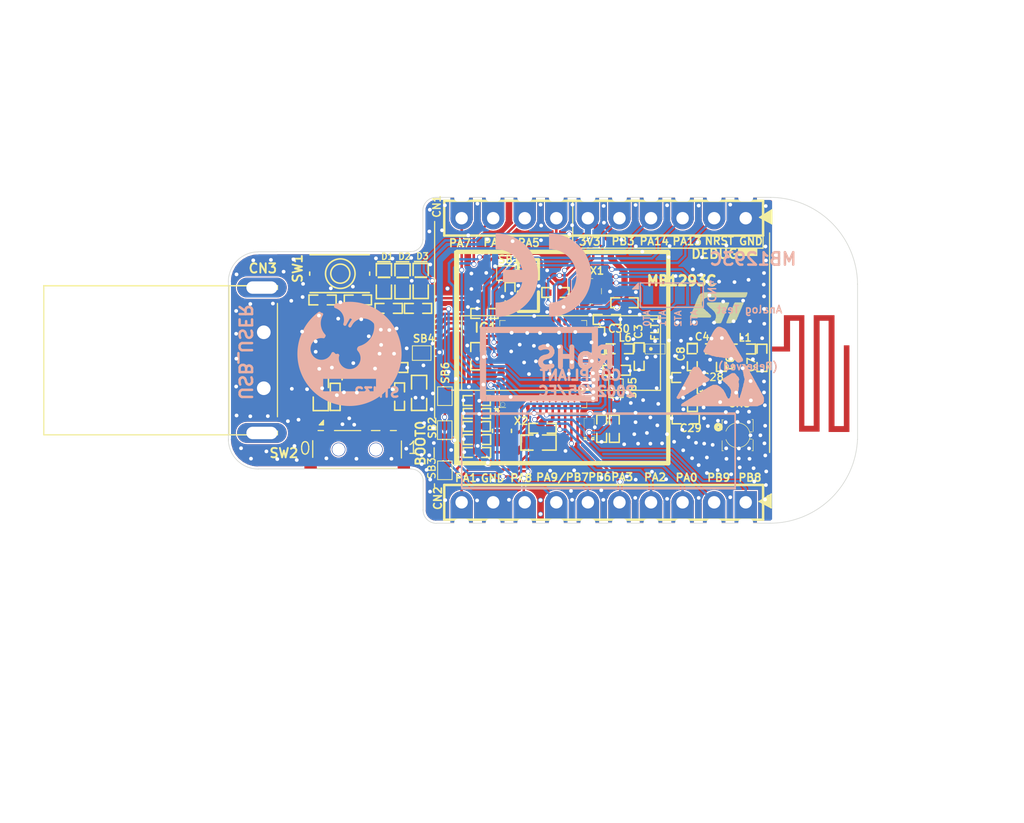
<source format=kicad_pcb>
(kicad_pcb (version 20211014) (generator pcbnew)
  (layers (0 "F.Cu" signal "Top Layer") (31 "B.Cu" signal "Bottom Layer") (34 "B.Paste" user "Bottom Paste") (35 "F.Paste" user "Top Paste") (36 "B.SilkS" user "Bottom Overlay") (37 "F.SilkS" user "Top Overlay") (38 "B.Mask" user "Bottom Solder") (39 "F.Mask" user "Top Solder") (44 "Edge.Cuts" user))
  (net 0 "")
  (net 1 "NetIC1_25")
  (net 2 "NetIC1_24")
  (net 3 "PB7")
  (net 4 "PA10")
  (net 5 "PB1")
  (net 6 "PB0")
  (net 7 "NetC3_2")
  (net 8 "NetC19_1")
  (net 9 "NetCN4_2")
  (net 10 "NetCN4_1")
  (net 11 "PA9")
  (net 12 "PA4")
  (net 13 "PA1")
  (net 14 "PA8")
  (net 15 "NetCN2_7")
  (net 16 "PB6")
  (net 17 "PA3")
  (net 18 "PA2")
  (net 19 "PA0")
  (net 20 "PB9")
  (net 21 "PB8")
  (net 22 "PA6")
  (net 23 "PA5")
  (net 24 "PB2")
  (net 25 "PB3")
  (net 26 "PA14")
  (net 27 "PA13")
  (net 28 "NetC30_2")
  (net 29 "NetC29_1")
  (net 30 "BOOT0")
  (net 31 "NetC25_2")
  (net 32 "NetC22_1")
  (net 33 "NetC18_1")
  (net 34 "NetC17_1")
  (net 35 "NetC10_1")
  (net 36 "NetC8_2")
  (net 37 "NetC4_2")
  (net 38 "5V_USB")
  (net 39 "NetC26_2")
  (net 40 "NetC4_1")
  (net 41 "GND")
  (net 42 "ANT")
  (net 43 "NetC12_1")
  (net 44 "NetD1_A")
  (net 45 "NetD2_A")
  (net 46 "NetD3_A")
  (net 47 "NetIC1_33")
  (net 48 "NetR3_1")
  (net 49 "3V3")
  (net 50 "NetCN3_2")
  (net 51 "NetCN3_3")
  (net 52 "USB_N")
  (net 53 "USB_P")
  (net 54 "NRST")
  (net 55 "PA7")
  (footprint "" (layer "F.Cu") (at 164.333806 113.614405)
    (fp_text reference "")
    (fp_text value "")
  )
  (footprint "" (layer "F.Cu") (at 130.214405 103.485795)
    (fp_text reference "")
    (fp_text value "")
  )
  (footprint "" (layer "F.Cu") (at 157.145606 109.601205)
    (fp_text reference "")
    (fp_text value "")
  )
  (footprint "" (layer "F.Cu") (at 128.248407 100.213795)
    (fp_text reference "")
    (fp_text value "")
  )
  (footprint "" (layer "F.Cu") (at 164.816406 118.064196)
    (fp_text reference "")
    (fp_text value "")
  )
  (footprint "" (layer "F.Cu") (at 161.031806 116.073194)
    (fp_text reference "")
    (fp_text value "")
  )
  (footprint "" (layer "F.Cu") (at 164.816406 91.923392)
    (fp_text reference "")
    (fp_text value "")
  )
  (footprint "" (layer "F.Cu") (at 139.361405 94.632795)
    (fp_text reference "")
    (fp_text value "")
  )
  (footprint "" (layer "F.Cu") (at 142.136406 110.308793)
    (fp_text reference "")
    (fp_text value "")
  )
  (footprint "" (layer "F.Cu") (at 150.756206 115.506992)
    (fp_text reference "")
    (fp_text value "")
  )
  (footprint "" (layer "F.Cu") (at 164.048407 107.599794)
    (fp_text reference "")
    (fp_text value "")
  )
  (footprint "" (layer "F.Cu") (at 152.116406 91.938182)
    (fp_text reference "")
    (fp_text value "")
  )
  (footprint "" (layer "F.Cu") (at 139.416406 115.570205)
    (fp_text reference "")
    (fp_text value "")
  )
  (footprint "" (layer "F.Cu") (at 157.552006 104.699005)
    (fp_text reference "")
    (fp_text value "")
  )
  (footprint "" (layer "F.Cu") (at 123.830407 104.869795)
    (fp_text reference "")
    (fp_text value "")
  )
  (footprint "" (layer "F.Cu") (at 157.526606 102.641605)
    (fp_text reference "")
    (fp_text value "")
  )
  (footprint "Passive.PcbLib:0402_CAP_NPOL" (layer "F.Cu") (at 155.062806 100.355605 180)
    (fp_text reference "C2")
    (fp_text value "100pF" hide)
  )
  (footprint "Passive.PcbLib:0805_COIL" (layer "F.Cu") (at 147.326405 97.838793 -90)
    (fp_text reference "L2")
    (fp_text value "10uH" hide)
  )
  (footprint "" (layer "F.Cu") (at 164.570407 105.637794)
    (fp_text reference "")
    (fp_text value "")
  )
  (footprint "Switch_Relay.PcbLib:SW-PB SMD KMR2" (layer "F.Cu") (at 132.156405 98.028795 180)
    (fp_text reference "SW1")
    (fp_text value "User PB" hide)
  )
  (footprint "" (layer "F.Cu") (at 161.031806 113.436605)
    (fp_text reference "")
    (fp_text value "")
  )
  (footprint "" (layer "F.Cu") (at 161.476405 111.705793)
    (fp_text reference "")
    (fp_text value "")
  )
  (footprint "" (layer "F.Cu") (at 124.952407 100.468793)
    (fp_text reference "")
    (fp_text value "")
  )
  (footprint "" (layer "F.Cu") (at 161.947405 104.952794)
    (fp_text reference "")
    (fp_text value "")
  )
  (footprint "" (layer "F.Cu") (at 140.635606 116.250994)
    (fp_text reference "")
    (fp_text value "")
  )
  (footprint "" (layer "F.Cu") (at 142.126406 111.338794)
    (fp_text reference "")
    (fp_text value "")
  )
  (footprint "" (layer "F.Cu") (at 139.350407 112.641794)
    (fp_text reference "")
    (fp_text value "")
  )
  (footprint "" (layer "F.Cu") (at 161.692206 114.071605)
    (fp_text reference "")
    (fp_text value "")
  )
  (footprint "" (layer "F.Cu") (at 123.847405 109.441795)
    (fp_text reference "")
    (fp_text value "")
  )
  (footprint "" (layer "F.Cu") (at 138.883006 105.410205)
    (fp_text reference "")
    (fp_text value "")
  )
  (footprint "" (layer "F.Cu") (at 139.543406 108.940805)
    (fp_text reference "")
    (fp_text value "")
  )
  (footprint "" (layer "F.Cu") (at 163.259406 95.760794)
    (fp_text reference "")
    (fp_text value "")
  )
  (footprint "" (layer "F.Cu") (at 157.526606 103.454405)
    (fp_text reference "")
    (fp_text value "")
  )
  (footprint "" (layer "F.Cu") (at 137.536806 104.038605)
    (fp_text reference "")
    (fp_text value "")
  )
  (footprint "Passive.PcbLib:0603_CAP_NPOL" (layer "F.Cu") (at 130.628006 107.640394 -90)
    (fp_text reference "C23")
    (fp_text value "1uF" hide)
  )
  (footprint "" (layer "F.Cu") (at 161.425407 108.794793)
    (fp_text reference "")
    (fp_text value "")
  )
  (footprint "" (layer "F.Cu") (at 161.471406 105.974794)
    (fp_text reference "")
    (fp_text value "")
  )
  (footprint "" (layer "F.Cu") (at 155.977206 95.829394)
    (fp_text reference "")
    (fp_text value "")
  )
  (footprint "" (layer "F.Cu") (at 133.879206 101.701805)
    (fp_text reference "")
    (fp_text value "")
  )
  (footprint "" (layer "F.Cu") (at 158.491806 92.527394)
    (fp_text reference "")
    (fp_text value "")
  )
  (footprint "" (layer "F.Cu") (at 145.944206 104.287594)
    (fp_text reference "")
    (fp_text value "")
  )
  (footprint "" (layer "F.Cu") (at 159.776406 108.005793)
    (fp_text reference "")
    (fp_text value "")
  )
  (footprint "" (layer "F.Cu") (at 166.288407 99.857793)
    (fp_text reference "")
    (fp_text value "")
  )
  (footprint "" (layer "F.Cu") (at 142.096406 108.218795)
    (fp_text reference "")
    (fp_text value "")
  )
  (footprint "" (layer "F.Cu") (at 143.201006 100.833194)
    (fp_text reference "")
    (fp_text value "")
  )
  (footprint "Passive.PcbLib:0402_CAP_NPOL" (layer "F.Cu") (at 154.427806 105.816605)
    (fp_text reference "C19")
    (fp_text value "100nF" hide)
  )
  (footprint "" (layer "F.Cu") (at 164.156405 109.155793)
    (fp_text reference "")
    (fp_text value "")
  )
  (footprint "" (layer "F.Cu") (at 126.770406 100.434795)
    (fp_text reference "")
    (fp_text value "")
  )
  (footprint "" (layer "F.Cu") (at 155.494606 105.842005)
    (fp_text reference "")
    (fp_text value "")
  )
  (footprint "" (layer "F.Cu") (at 158.695006 95.803994)
    (fp_text reference "")
    (fp_text value "")
  )
  (footprint "" (layer "F.Cu") (at 162.063407 103.246793)
    (fp_text reference "")
    (fp_text value "")
  )
  (footprint "" (layer "F.Cu") (at 156.866206 110.845805)
    (fp_text reference "")
    (fp_text value "")
  )
  (footprint "Passive.PcbLib:0402_CAP_NPOL" (layer "F.Cu") (at 136.952606 107.919794 -90)
    (fp_text reference "C25")
    (fp_text value "10nF" hide)
  )
  (footprint "" (layer "F.Cu") (at 157.652407 107.240793)
    (fp_text reference "")
    (fp_text value "")
  )
  (footprint "" (layer "F.Cu") (at 155.977206 99.517405)
    (fp_text reference "")
    (fp_text value "")
  )
  (footprint "" (layer "F.Cu") (at 153.216406 114.458793)
    (fp_text reference "")
    (fp_text value "")
  )
  (footprint "" (layer "F.Cu") (at 128.433405 96.885795)
    (fp_text reference "")
    (fp_text value "")
  )
  (footprint "" (layer "F.Cu") (at 164.156405 109.965794)
    (fp_text reference "")
    (fp_text value "")
  )
  (footprint "" (layer "F.Cu") (at 123.843407 98.087794)
    (fp_text reference "")
    (fp_text value "")
  )
  (footprint "" (layer "F.Cu") (at 159.177606 98.222005)
    (fp_text reference "")
    (fp_text value "")
  )
  (footprint "Passive.PcbLib:SB-tiny" (layer "F.Cu") (at 154.377006 107.315205 -90)
    (fp_text reference "SB5")
    (fp_text value "Open" hide)
  )
  (footprint "Passive.PcbLib:0402_CAP_NPOL" (layer "F.Cu") (at 143.176406 108.228795 180)
    (fp_text reference "C15")
    (fp_text value "100nF" hide)
  )
  (footprint "" (layer "F.Cu") (at 151.101407 102.723795)
    (fp_text reference "")
    (fp_text value "")
  )
  (footprint "" (layer "F.Cu") (at 166.288407 97.977794)
    (fp_text reference "")
    (fp_text value "")
  )
  (footprint "" (layer "F.Cu") (at 153.361006 116.225594)
    (fp_text reference "")
    (fp_text value "")
  )
  (footprint "" (layer "F.Cu") (at 166.450406 96.967794)
    (fp_text reference "")
    (fp_text value "")
  )
  (footprint "" (layer "F.Cu") (at 142.166406 112.388794)
    (fp_text reference "")
    (fp_text value "")
  )
  (footprint "Active.PcbLib:0603_LED_RED" (layer "F.Cu") (at 138.662806 98.619795 -90)
    (fp_text reference "D3")
    (fp_text value "LED RED" hide)
  )
  (footprint "" (layer "F.Cu") (at 165.086406 112.095795)
    (fp_text reference "")
    (fp_text value "")
  )
  (footprint "" (layer "F.Cu") (at 157.196406 118.064196)
    (fp_text reference "")
    (fp_text value "")
  )
  (footprint "" (layer "F.Cu") (at 143.201006 116.276394)
    (fp_text reference "")
    (fp_text value "")
  )
  (footprint "" (layer "F.Cu") (at 154.249407 109.050795)
    (fp_text reference "")
    (fp_text value "")
  )
  (footprint "" (layer "F.Cu") (at 166.404406 95.841794)
    (fp_text reference "")
    (fp_text value "")
  )
  (footprint "Passive.PcbLib:0402_CAP_NPOL" (layer "F.Cu") (at 162.846407 104.795794 -90)
    (fp_text reference "C6")
    (fp_text value "NF" hide)
  )
  (footprint "" (layer "F.Cu") (at 140.913406 105.922795)
    (fp_text reference "")
    (fp_text value "")
  )
  (footprint "" (layer "F.Cu") (at 136.396407 107.338794)
    (fp_text reference "")
    (fp_text value "")
  )
  (footprint "" (layer "F.Cu") (at 155.774006 103.302005)
    (fp_text reference "")
    (fp_text value "")
  )
  (footprint "" (layer "F.Cu") (at 165.502206 114.757405)
    (fp_text reference "")
    (fp_text value "")
  )
  (footprint "" (layer "F.Cu") (at 166.467406 113.944605)
    (fp_text reference "")
    (fp_text value "")
  )
  (footprint "" (layer "F.Cu") (at 139.398405 92.883794)
    (fp_text reference "")
    (fp_text value "")
  )
  (footprint "" (layer "F.Cu") (at 155.037406 111.760205)
    (fp_text reference "")
    (fp_text value "")
  )
  (footprint "Passive.PcbLib:0402_CAP_NPOL" (layer "F.Cu") (at 143.099406 104.673605 90)
    (fp_text reference "C21")
    (fp_text value "100nF" hide)
  )
  (footprint "Logo_ST.PcbLib:Sticker_FCC_ID 16x6mm" (layer "F.Cu") (at 141.956406 107.416805)
    (fp_text reference "STICKER_1" hide)
    (fp_text value "FCC_ID_Sticker_16x6" hide)
  )
  (footprint "" (layer "F.Cu") (at 154.732606 101.701805)
    (fp_text reference "")
    (fp_text value "")
  )
  (footprint "Passive.PcbLib:0402_CAP_NPOL" (layer "F.Cu") (at 153.216406 110.498793 -90)
    (fp_text reference "C12")
    (fp_text value "100nF" hide)
  )
  (footprint "Passive.PcbLib:0402_RES" (layer "F.Cu") (at 154.256407 110.508793 90)
    (fp_text reference "R1")
    (fp_text value "100K" hide)
  )
  (footprint "Passive.PcbLib:0402_RES" (layer "F.Cu") (at 138.451206 100.812805 180)
    (fp_text reference "R6")
    (fp_text value "680" hide)
  )
  (footprint "" (layer "F.Cu") (at 139.645006 107.670805)
    (fp_text reference "")
    (fp_text value "")
  )
  (footprint "" (layer "F.Cu") (at 163.571806 116.022394)
    (fp_text reference "")
    (fp_text value "")
  )
  (footprint "" (layer "F.Cu") (at 149.079806 113.881392)
    (fp_text reference "")
    (fp_text value "")
  )
  (footprint "" (layer "F.Cu") (at 158.644206 103.403605)
    (fp_text reference "")
    (fp_text value "")
  )
  (footprint "" (layer "F.Cu") (at 137.576407 105.598793)
    (fp_text reference "")
    (fp_text value "")
  )
  (footprint "Active.PcbLib:SOT23-6" (layer "F.Cu") (at 133.526405 104.438795 180)
    (fp_text reference "IC2")
    (fp_text value "USBLC6-2" hide)
  )
  (footprint "" (layer "F.Cu") (at 165.121206 112.928605)
    (fp_text reference "")
    (fp_text value "")
  )
  (footprint "" (layer "F.Cu") (at 123.813407 101.029795)
    (fp_text reference "")
    (fp_text value "")
  )
  (footprint "" (layer "F.Cu") (at 149.797406 102.771793)
    (fp_text reference "")
    (fp_text value "")
  )
  (footprint "Passive.PcbLib:0402_CAP_NPOL" (layer "F.Cu") (at 143.186406 109.288793)
    (fp_text reference "C20")
    (fp_text value "100nF" hide)
  )
  (footprint "" (layer "F.Cu") (at 150.871806 92.476594)
    (fp_text reference "")
    (fp_text value "")
  )
  (footprint "" (layer "F.Cu") (at 134.485405 103.068793)
    (fp_text reference "")
    (fp_text value "")
  )
  (footprint "Box_Meca.PcbLib:Shield Clip_A 3.9x1.1x1.28" (layer "F.Cu") (at 141.586806 104.779193 90)
    (fp_text reference "SC1" hide)
    (fp_text value "Shield Clip_A 3.9x1.1x1.28" hide)
  )
  (footprint "New.PcbLib:MLL1200S_TE" (layer "F.Cu") (at 133.556405 112.178795)
    (fp_text reference "SW2")
    (fp_text value "MLL1200S_TE" hide)
  )
  (footprint "Passive.PcbLib:0402_CAP_NPOL" (layer "F.Cu") (at 156.256606 104.699005 90)
    (fp_text reference "C3")
    (fp_text value "0.3pF" hide)
  )
  (footprint "" (layer "F.Cu") (at 126.362406 109.492793)
    (fp_text reference "")
    (fp_text value "")
  )
  (footprint "" (layer "F.Cu") (at 165.066406 109.965794)
    (fp_text reference "")
    (fp_text value "")
  )
  (footprint "" (layer "F.Cu") (at 148.306406 117.373605)
    (fp_text reference "")
    (fp_text value "")
  )
  (footprint "" (layer "F.Cu") (at 129.198405 98.852794)
    (fp_text reference "")
    (fp_text value "")
  )
  (footprint "" (layer "F.Cu") (at 137.943206 98.603005)
    (fp_text reference "")
    (fp_text value "")
  )
  (footprint "" (layer "F.Cu") (at 152.406405 103.558794)
    (fp_text reference "")
    (fp_text value "")
  )
  (footprint "" (layer "F.Cu") (at 138.933806 110.053394)
    (fp_text reference "")
    (fp_text value "")
  )
  (footprint "" (layer "F.Cu") (at 160.658406 101.934794)
    (fp_text reference "")
    (fp_text value "")
  )
  (footprint "Passive.PcbLib:SB-tiny" (layer "F.Cu") (at 138.679806 104.419605 180)
    (fp_text reference "SB4")
    (fp_text value "Close" hide)
  )
  (footprint "Passive.PcbLib:0402_RES" (layer "F.Cu") (at 143.196406 112.408794 180)
    (fp_text reference "R2")
    (fp_text value "10K" hide)
  )
  (footprint "" (layer "F.Cu") (at 129.161405 99.909795)
    (fp_text reference "")
    (fp_text value "")
  )
  (footprint "" (layer "F.Cu") (at 155.951806 109.220205)
    (fp_text reference "")
    (fp_text value "")
  )
  (footprint "" (layer "F.Cu") (at 161.297406 96.712793)
    (fp_text reference "")
    (fp_text value "")
  )
  (footprint "" (layer "F.Cu") (at 142.413606 103.810005)
    (fp_text reference "")
    (fp_text value "")
  )
  (footprint "" (layer "F.Cu") (at 150.313006 112.293605)
    (fp_text reference "")
    (fp_text value "")
  )
  (footprint "" (layer "F.Cu") (at 160.498406 112.877805)
    (fp_text reference "")
    (fp_text value "")
  )
  (footprint "Passive.PcbLib:0402_COIL" (layer "F.Cu") (at 154.681806 104.089405)
    (fp_text reference "L6")
    (fp_text value "2.7nH" hide)
  )
  (footprint "" (layer "F.Cu") (at 158.085406 111.684005)
    (fp_text reference "")
    (fp_text value "")
  )
  (footprint "Passive.PcbLib:0402_CAP_NPOL" (layer "F.Cu") (at 143.196406 111.368794 180)
    (fp_text reference "C18")
    (fp_text value "10pF" hide)
  )
  (footprint "" (layer "F.Cu") (at 155.266006 104.851405)
    (fp_text reference "")
    (fp_text value "")
  )
  (footprint "" (layer "F.Cu") (at 142.116406 109.258793)
    (fp_text reference "")
    (fp_text value "")
  )
  (footprint "" (layer "F.Cu") (at 152.116406 118.064196)
    (fp_text reference "")
    (fp_text value "")
  )
  (footprint "" (layer "F.Cu") (at 166.442006 115.036805)
    (fp_text reference "")
    (fp_text value "")
  )
  (footprint "" (layer "F.Cu") (at 138.246406 108.008793)
    (fp_text reference "")
    (fp_text value "")
  )
  (footprint "" (layer "F.Cu") (at 159.056405 111.555794)
    (fp_text reference "")
    (fp_text value "")
  )
  (footprint "" (layer "F.Cu") (at 132.913407 109.672793)
    (fp_text reference "")
    (fp_text value "")
  )
  (footprint "" (layer "F.Cu") (at 131.517006 105.588005)
    (fp_text reference "")
    (fp_text value "")
  )
  (footprint "" (layer "F.Cu") (at 136.139806 102.565405)
    (fp_text reference "")
    (fp_text value "")
  )
  (footprint "" (layer "F.Cu") (at 142.743806 98.018805)
    (fp_text reference "")
    (fp_text value "")
  )
  (footprint "Passive.PcbLib:0402_CAP_NPOL" (layer "F.Cu") (at 149.506406 99.558795)
    (fp_text reference "C10")
    (fp_text value "4.7uF" hide)
  )
  (footprint "" (layer "F.Cu") (at 162.275405 101.966793)
    (fp_text reference "")
    (fp_text value "")
  )
  (footprint "Box_Meca.PcbLib:Shield Clip_A 3.9x1.1x1.28" (layer "F.Cu") (at 150.086806 96.279195 180)
    (fp_text reference "SC4" hide)
    (fp_text value "Shield Clip_A 3.9x1.1x1.28" hide)
  )
  (footprint "" (layer "F.Cu") (at 148.839806 101.117605)
    (fp_text reference "")
    (fp_text value "")
  )
  (footprint "" (layer "F.Cu") (at 133.205405 99.071793)
    (fp_text reference "")
    (fp_text value "")
  )
  (footprint "" (layer "F.Cu") (at 163.003405 100.273794)
    (fp_text reference "")
    (fp_text value "")
  )
  (footprint "" (layer "F.Cu") (at 166.288407 107.587793)
    (fp_text reference "")
    (fp_text value "")
  )
  (footprint "" (layer "F.Cu") (at 157.704406 110.236205)
    (fp_text reference "")
    (fp_text value "")
  )
  (footprint "" (layer "F.Cu") (at 143.376406 108.258795)
    (fp_text reference "")
    (fp_text value "")
  )
  (footprint "" (layer "F.Cu") (at 126.611405 96.922793)
    (fp_text reference "")
    (fp_text value "")
  )
  (footprint "" (layer "F.Cu") (at 127.121407 112.950795)
    (fp_text reference "")
    (fp_text value "")
  )
  (footprint "" (layer "F.Cu") (at 166.288407 100.867794)
    (fp_text reference "")
    (fp_text value "")
  )
  (footprint "" (layer "F.Cu") (at 166.311407 102.062793)
    (fp_text reference "")
    (fp_text value "")
  )
  (footprint "" (layer "F.Cu") (at 133.314407 110.182794)
    (fp_text reference "")
    (fp_text value "")
  )
  (footprint "" (layer "F.Cu") (at 148.344407 95.335793)
    (fp_text reference "")
    (fp_text value "")
  )
  (footprint "Passive.PcbLib:SB-tiny" (layer "F.Cu") (at 140.610206 107.823205 90)
    (fp_text reference "SB6")
    (fp_text value "Open" hide)
  )
  (footprint "" (layer "F.Cu") (at 129.121405 102.691793)
    (fp_text reference "")
    (fp_text value "")
  )
  (footprint "" (layer "F.Cu") (at 157.145606 111.709405)
    (fp_text reference "")
    (fp_text value "")
  )
  (footprint "Connector.PcbLib:Header M{slash}F 1x10x2.54 NF" (layer "F.Cu") (at 164.816406 93.568794 180)
    (fp_text reference "CN1")
    (fp_text value "HEADER_1X10" hide)
  )
  (footprint "" (layer "F.Cu") (at 166.323406 111.684793)
    (fp_text reference "")
    (fp_text value "")
  )
  (footprint "Active.PcbLib:SOT23-5" (layer "F.Cu") (at 134.496713 107.651423)
    (fp_text reference "U1")
    (fp_text value "LD3985M33R" hide)
  )
  (footprint "" (layer "F.Cu") (at 155.570407 108.436793)
    (fp_text reference "")
    (fp_text value "")
  )
  (footprint "" (layer "F.Cu") (at 142.540606 107.137405)
    (fp_text reference "")
    (fp_text value "")
  )
  (footprint "" (layer "F.Cu") (at 155.951806 109.982205)
    (fp_text reference "")
    (fp_text value "")
  )
  (footprint "" (layer "F.Cu") (at 126.247405 112.331794)
    (fp_text reference "")
    (fp_text value "")
  )
  (footprint "" (layer "F.Cu") (at 147.379405 106.110793)
    (fp_text reference "")
    (fp_text value "")
  )
  (footprint "" (layer "F.Cu") (at 136.724006 102.438405)
    (fp_text reference "")
    (fp_text value "")
  )
  (footprint "" (layer "F.Cu") (at 139.434407 97.291794)
    (fp_text reference "")
    (fp_text value "")
  )
  (footprint "" (layer "F.Cu") (at 153.194606 115.456192)
    (fp_text reference "")
    (fp_text value "")
  )
  (footprint "Passive.PcbLib:SB-tiny" (layer "F.Cu") (at 140.596206 110.680992 -90)
    (fp_text reference "SB2")
    (fp_text value "Close" hide)
  )
  (footprint "" (layer "F.Cu") (at 153.411806 109.220205)
    (fp_text reference "")
    (fp_text value "")
  )
  (footprint "Box_Meca.PcbLib:Shield Clip_A 3.9x1.1x1.28" (layer "F.Cu") (at 150.086806 113.279194 180)
    (fp_text reference "SC2" hide)
    (fp_text value "Shield Clip_A 3.9x1.1x1.28" hide)
  )
  (footprint "" (layer "F.Cu") (at 149.778407 103.913795)
    (fp_text reference "")
    (fp_text value "")
  )
  (footprint "" (layer "F.Cu") (at 163.267006 112.928605)
    (fp_text reference "")
    (fp_text value "")
  )
  (footprint "Passive.PcbLib:0402_CAP_NPOL" (layer "F.Cu") (at 131.771006 107.945194 -90)
    (fp_text reference "C24")
    (fp_text value "100nF" hide)
  )
  (footprint "Xtal.PcbLib:NX2016_4P" (layer "F.Cu") (at 152.395806 99.441205 -90)
    (fp_text reference "X1")
    (fp_text value "NX2016_32MHz" hide)
  )
  (footprint "" (layer "F.Cu") (at 159.834407 107.251794)
    (fp_text reference "")
    (fp_text value "")
  )
  (footprint "" (layer "F.Cu") (at 141.956406 118.064196)
    (fp_text reference "")
    (fp_text value "")
  )
  (footprint "" (layer "F.Cu") (at 159.736406 118.064196)
    (fp_text reference "")
    (fp_text value "")
  )
  (footprint "" (layer "F.Cu") (at 165.043406 98.524794)
    (fp_text reference "")
    (fp_text value "")
  )
  (footprint "" (layer "F.Cu") (at 158.856405 109.665795)
    (fp_text reference "")
    (fp_text value "")
  )
  (footprint "" (layer "F.Cu") (at 124.952407 109.509793)
    (fp_text reference "")
    (fp_text value "")
  )
  (footprint "Passive.PcbLib:0402_CAP_NPOL" (layer "F.Cu") (at 143.796405 101.218794 180)
    (fp_text reference "C16")
    (fp_text value "100nF" hide)
  )
  (footprint "" (layer "F.Cu") (at 155.246405 114.338793)
    (fp_text reference "")
    (fp_text value "")
  )
  (footprint "" (layer "F.Cu") (at 165.086406 109.135793)
    (fp_text reference "")
    (fp_text value "")
  )
  (footprint "Connector.PcbLib:Header M{slash}F 1x10x2.54 NF" (layer "F.Cu") (at 164.816406 116.428794 180)
    (fp_text reference "CN2")
    (fp_text value "HEADER_1X10" hide)
  )
  (footprint "" (layer "F.Cu") (at 166.137407 103.223794)
    (fp_text reference "")
    (fp_text value "")
  )
  (footprint "" (layer "F.Cu") (at 153.386406 92.578194)
    (fp_text reference "")
    (fp_text value "")
  )
  (footprint "" (layer "F.Cu") (at 146.521406 98.989794)
    (fp_text reference "")
    (fp_text value "")
  )
  (footprint "" (layer "F.Cu") (at 137.901405 96.763794)
    (fp_text reference "")
    (fp_text value "")
  )
  (footprint "" (layer "F.Cu") (at 138.730606 112.618794)
    (fp_text reference "")
    (fp_text value "")
  )
  (footprint "" (layer "F.Cu") (at 133.241407 105.227793)
    (fp_text reference "")
    (fp_text value "")
  )
  (footprint "Passive.PcbLib:0402_CAP_NPOL" (layer "F.Cu") (at 160.506407 104.735797 -90)
    (fp_text reference "C8")
    (fp_text value "NF" hide)
  )
  (footprint "Passive.PcbLib:0402_CAP_NPOL" (layer "F.Cu") (at 136.536407 105.568793 180)
    (fp_text reference "C27")
    (fp_text value "100nF" hide)
  )
  (footprint "" (layer "F.Cu") (at 165.232407 108.226793)
    (fp_text reference "")
    (fp_text value "")
  )
  (footprint "" (layer "F.Cu") (at 153.488006 102.921005)
    (fp_text reference "")
    (fp_text value "")
  )
  (footprint "" (layer "F.Cu") (at 144.496406 91.923392)
    (fp_text reference "")
    (fp_text value "")
  )
  (footprint "Passive.PcbLib:LFB182G45CGFD436" (layer "F.Cu") (at 157.526606 104.089405)
    (fp_text reference "FLT1")
    (fp_text value "LFB182G45CGFD436" hide)
  )
  (footprint "" (layer "F.Cu") (at 154.808806 95.301005)
    (fp_text reference "")
    (fp_text value "")
  )
  (footprint "" (layer "F.Cu") (at 158.411405 114.568795)
    (fp_text reference "")
    (fp_text value "")
  )
  (footprint "" (layer "F.Cu") (at 139.427407 114.595793)
    (fp_text reference "")
    (fp_text value "")
  )
  (footprint "" (layer "F.Cu") (at 155.951806 92.501994)
    (fp_text reference "")
    (fp_text value "")
  )
  (footprint "" (layer "F.Cu") (at 160.396806 103.276605)
    (fp_text reference "")
    (fp_text value "")
  )
  (footprint "Active.PcbLib:SOD523" (layer "F.Cu") (at 152.216406 110.488793 -90)
    (fp_text reference "D4")
    (fp_text value "BAT54K" hide)
  )
  (footprint "" (layer "F.Cu") (at 155.962405 114.605793)
    (fp_text reference "")
    (fp_text value "")
  )
  (footprint "" (layer "F.Cu") (at 156.282006 101.320805)
    (fp_text reference "")
    (fp_text value "")
  )
  (footprint "Active.PcbLib:STM32WBxx_QFN48" (layer "F.Cu") (at 148.526406 105.298793 90)
    (fp_text reference "IC1")
    (fp_text value "STM32WBxx_QFN48" hide)
  )
  (footprint "" (layer "F.Cu") (at 143.201006 104.876805)
    (fp_text reference "")
    (fp_text value "")
  )
  (footprint "Passive.PcbLib:0402_CAP_NPOL" (layer "F.Cu") (at 145.868006 99.842594 90)
    (fp_text reference "C9")
    (fp_text value "4.7uF" hide)
  )
  (footprint "" (layer "F.Cu") (at 158.488405 110.948994)
    (fp_text reference "")
    (fp_text value "")
  )
  (footprint "" (layer "F.Cu") (at 130.736406 107.248794)
    (fp_text reference "")
    (fp_text value "")
  )
  (footprint "" (layer "F.Cu") (at 163.246407 112.085795)
    (fp_text reference "")
    (fp_text value "")
  )
  (footprint "" (layer "F.Cu") (at 141.956406 91.923392)
    (fp_text reference "")
    (fp_text value "")
  )
  (footprint "" (layer "F.Cu") (at 162.276406 118.064196)
    (fp_text reference "")
    (fp_text value "")
  )
  (footprint "" (layer "F.Cu") (at 152.675206 110.388605)
    (fp_text reference "")
    (fp_text value "")
  )
  (footprint "" (layer "F.Cu") (at 147.036406 91.923392)
    (fp_text reference "")
    (fp_text value "")
  )
  (footprint "Logo_ST.PcbLib:LOGO_ST_Size2" (layer "F.Cu") (at 162.657406 100.787405)
    (fp_text reference "Label_1" hide)
    (fp_text value "LOGO_ST" hide)
  )
  (footprint "Passive.PcbLib:0603_COIL" (layer "F.Cu") (at 148.146406 111.618793)
    (fp_text reference "L3")
    (fp_text value "FCM1608KF-601T03" hide)
  )
  (footprint "" (layer "F.Cu") (at 148.160407 99.024793)
    (fp_text reference "")
    (fp_text value "")
  )
  (footprint "" (layer "F.Cu") (at 141.118206 112.217405)
    (fp_text reference "")
    (fp_text value "")
  )
  (footprint "Passive.PcbLib:0402_COIL" (layer "F.Cu") (at 164.506407 104.105793)
    (fp_text reference "L1")
    (fp_text value "3.6nH" hide)
  )
  (footprint "Box_Meca.PcbLib:Shield Clip_A 3.9x1.1x1.28" (layer "F.Cu") (at 158.586805 100.381005 90)
    (fp_text reference "SC3" hide)
    (fp_text value "Shield Clip_A 3.9x1.1x1.28" hide)
  )
  (footprint "" (layer "F.Cu") (at 155.926406 116.073194)
    (fp_text reference "")
    (fp_text value "")
  )
  (footprint "" (layer "F.Cu") (at 148.262406 102.800795)
    (fp_text reference "")
    (fp_text value "")
  )
  (footprint "" (layer "F.Cu") (at 160.566407 97.687795)
    (fp_text reference "")
    (fp_text value "")
  )
  (footprint "" (layer "F.Cu") (at 157.272606 113.970005)
    (fp_text reference "")
    (fp_text value "")
  )
  (footprint "Passive.PcbLib:0402_CAP_NPOL" (layer "F.Cu") (at 159.965006 106.375405 180)
    (fp_text reference "C28")
    (fp_text value "NF" hide)
  )
  (footprint "" (layer "F.Cu") (at 166.392405 112.659795)
    (fp_text reference "")
    (fp_text value "")
  )
  (footprint "" (layer "F.Cu") (at 144.496406 114.655805)
    (fp_text reference "")
    (fp_text value "")
  )
  (footprint "" (layer "F.Cu") (at 155.494606 101.092205)
    (fp_text reference "")
    (fp_text value "")
  )
  (footprint "" (layer "F.Cu") (at 164.257606 112.903205)
    (fp_text reference "")
    (fp_text value "")
  )
  (footprint "" (layer "F.Cu") (at 153.410407 93.926794)
    (fp_text reference "")
    (fp_text value "")
  )
  (footprint "" (layer "F.Cu") (at 161.895406 99.771405)
    (fp_text reference "")
    (fp_text value "")
  )
  (footprint "" (layer "F.Cu") (at 149.881206 99.111005)
    (fp_text reference "")
    (fp_text value "")
  )
  (footprint "" (layer "F.Cu") (at 165.394406 104.917793)
    (fp_text reference "")
    (fp_text value "")
  )
  (footprint "Passive.PcbLib:SB-tiny" (layer "F.Cu") (at 145.461606 97.988394 180)
    (fp_text reference "SB1")
    (fp_text value "Open" hide)
  )
  (footprint "" (layer "F.Cu") (at 149.116407 105.141793)
    (fp_text reference "")
    (fp_text value "")
  )
  (footprint "Connector.PcbLib:USB{slash}A_M1" (layer "F.Cu") (at 127.136405 104.998794 90)
    (fp_text reference "CN3")
    (fp_text value "USB_1" hide)
  )
  (footprint "" (layer "F.Cu") (at 130.501006 105.689605)
    (fp_text reference "")
    (fp_text value "")
  )
  (footprint "" (layer "F.Cu") (at 143.259406 114.626793)
    (fp_text reference "")
    (fp_text value "")
  )
  (footprint "" (layer "F.Cu") (at 156.155006 111.709405)
    (fp_text reference "")
    (fp_text value "")
  )
  (footprint "" (layer "F.Cu") (at 159.707407 110.593794)
    (fp_text reference "")
    (fp_text value "")
  )
  (footprint "" (layer "F.Cu") (at 132.486407 107.578794)
    (fp_text reference "")
    (fp_text value "")
  )
  (footprint "Passive.PcbLib:0402_CAP_NPOL" (layer "F.Cu") (at 159.990406 109.702805 180)
    (fp_text reference "C29")
    (fp_text value "NF" hide)
  )
  (footprint "" (layer "F.Cu") (at 133.493405 112.924793)
    (fp_text reference "")
    (fp_text value "")
  )
  (footprint "" (layer "F.Cu") (at 155.273405 107.599794)
    (fp_text reference "")
    (fp_text value "")
  )
  (footprint "" (layer "F.Cu") (at 158.617407 96.696794)
    (fp_text reference "")
    (fp_text value "")
  )
  (footprint "" (layer "F.Cu") (at 160.816406 111.635794)
    (fp_text reference "")
    (fp_text value "")
  )
  (footprint "" (layer "F.Cu") (at 143.277206 100.254005)
    (fp_text reference "")
    (fp_text value "")
  )
  (footprint "" (layer "F.Cu") (at 162.585407 109.862795)
    (fp_text reference "")
    (fp_text value "")
  )
  (footprint "" (layer "F.Cu") (at 135.352406 104.470405)
    (fp_text reference "")
    (fp_text value "")
  )
  (footprint "" (layer "F.Cu") (at 165.153406 101.857794)
    (fp_text reference "")
    (fp_text value "")
  )
  (footprint "Passive.PcbLib:0402_CAP_NPOL" (layer "F.Cu") (at 143.176406 110.308793 180)
    (fp_text reference "C17")
    (fp_text value "10pF" hide)
  )
  (footprint "" (layer "F.Cu") (at 150.823406 105.141793)
    (fp_text reference "")
    (fp_text value "")
  )
  (footprint "" (layer "F.Cu") (at 148.052406 111.069394)
    (fp_text reference "")
    (fp_text value "")
  )
  (footprint "" (layer "F.Cu") (at 165.451406 113.685594)
    (fp_text reference "")
    (fp_text value "")
  )
  (footprint "" (layer "F.Cu") (at 130.475606 101.397005)
    (fp_text reference "")
    (fp_text value "")
  )
  (footprint "" (layer "F.Cu") (at 145.979405 102.781793)
    (fp_text reference "")
    (fp_text value "")
  )
  (footprint "" (layer "F.Cu") (at 138.742407 113.351795)
    (fp_text reference "")
    (fp_text value "")
  )
  (footprint "" (layer "F.Cu") (at 166.288407 106.705793)
    (fp_text reference "")
    (fp_text value "")
  )
  (footprint "" (layer "F.Cu") (at 156.866206 104.775205)
    (fp_text reference "")
    (fp_text value "")
  )
  (footprint "" (layer "F.Cu") (at 156.561406 108.203794)
    (fp_text reference "")
    (fp_text value "")
  )
  (footprint "" (layer "F.Cu") (at 127.631406 97.869794)
    (fp_text reference "")
    (fp_text value "")
  )
  (footprint "" (layer "F.Cu") (at 148.357206 94.158005)
    (fp_text reference "")
    (fp_text value "")
  )
  (footprint "Active.PcbLib:0603_LED_Blue" (layer "F.Cu") (at 135.702807 98.629795 -90)
    (fp_text reference "D1")
    (fp_text value "LED BLUE" hide)
  )
  (footprint "" (layer "F.Cu") (at 166.381407 110.268793)
    (fp_text reference "")
    (fp_text value "")
  )
  (footprint "" (layer "F.Cu") (at 163.841407 101.857794)
    (fp_text reference "")
    (fp_text value "")
  )
  (footprint "" (layer "F.Cu") (at 145.905405 107.947795)
    (fp_text reference "")
    (fp_text value "")
  )
  (footprint "Passive.PcbLib:0402_CAP_NPOL" (layer "F.Cu") (at 153.056206 103.429005 -90)
    (fp_text reference "C30")
    (fp_text value "0.8pF" hide)
  )
  (footprint "" (layer "F.Cu") (at 147.235405 102.800795)
    (fp_text reference "")
    (fp_text value "")
  )
  (footprint "" (layer "F.Cu") (at 151.010206 113.855992)
    (fp_text reference "")
    (fp_text value "")
  )
  (footprint "" (layer "F.Cu") (at 147.936407 105.083795)
    (fp_text reference "")
    (fp_text value "")
  )
  (footprint "" (layer "F.Cu") (at 148.306406 116.250994)
    (fp_text reference "")
    (fp_text value "")
  )
  (footprint "" (layer "F.Cu") (at 166.369405 116.200793)
    (fp_text reference "")
    (fp_text value "")
  )
  (footprint "" (layer "F.Cu") (at 146.057206 95.415592)
    (fp_text reference "")
    (fp_text value "")
  )
  (footprint "" (layer "F.Cu") (at 155.850206 110.947405)
    (fp_text reference "")
    (fp_text value "")
  )
  (footprint "" (layer "F.Cu") (at 162.676405 98.670793)
    (fp_text reference "")
    (fp_text value "")
  )
  (footprint "" (layer "F.Cu") (at 145.766406 116.225594)
    (fp_text reference "")
    (fp_text value "")
  )
  (footprint "" (layer "F.Cu") (at 161.031806 92.552794)
    (fp_text reference "")
    (fp_text value "")
  )
  (footprint "" (layer "F.Cu") (at 150.846406 94.132605)
    (fp_text reference "")
    (fp_text value "")
  )
  (footprint "" (layer "F.Cu") (at 133.526405 107.598794)
    (fp_text reference "")
    (fp_text value "")
  )
  (footprint "" (layer "F.Cu") (at 140.819406 99.225793)
    (fp_text reference "")
    (fp_text value "")
  )
  (footprint "" (layer "F.Cu") (at 154.656406 118.049405)
    (fp_text reference "")
    (fp_text value "")
  )
  (footprint "" (layer "F.Cu") (at 162.156406 111.805793)
    (fp_text reference "")
    (fp_text value "")
  )
  (footprint "" (layer "F.Cu") (at 125.008406 112.914793)
    (fp_text reference "")
    (fp_text value "")
  )
  (footprint "RF Connector.PcbLib:UFL" (layer "F.Cu") (at 164.166405 111.035795 90)
    (fp_text reference "CN5")
    (fp_text value "UFL" hide)
  )
  (footprint "" (layer "F.Cu") (at 165.209405 106.670795)
    (fp_text reference "")
    (fp_text value "")
  )
  (footprint "" (layer "F.Cu") (at 124.207407 112.076793)
    (fp_text reference "")
    (fp_text value "")
  )
  (footprint "" (layer "F.Cu") (at 160.936406 95.510794)
    (fp_text reference "")
    (fp_text value "")
  )
  (footprint "" (layer "F.Cu") (at 128.506405 111.894795)
    (fp_text reference "")
    (fp_text value "")
  )
  (footprint "" (layer "F.Cu") (at 140.381606 94.539005)
    (fp_text reference "")
    (fp_text value "")
  )
  (footprint "" (layer "F.Cu") (at 157.780606 108.509005)
    (fp_text reference "")
    (fp_text value "")
  )
  (footprint "" (layer "F.Cu") (at 132.367406 110.145794)
    (fp_text reference "")
    (fp_text value "")
  )
  (footprint "" (layer "F.Cu") (at 146.631406 103.740793)
    (fp_text reference "")
    (fp_text value "")
  )
  (footprint "" (layer "F.Cu") (at 128.833407 109.781794)
    (fp_text reference "")
    (fp_text value "")
  )
  (footprint "" (layer "F.Cu") (at 159.776406 105.579793)
    (fp_text reference "")
    (fp_text value "")
  )
  (footprint "" (layer "F.Cu") (at 161.483405 106.937794)
    (fp_text reference "")
    (fp_text value "")
  )
  (footprint "" (layer "F.Cu") (at 154.656406 91.923392)
    (fp_text reference "")
    (fp_text value "")
  )
  (footprint "Passive.PcbLib:0402_RES" (layer "F.Cu") (at 136.089006 100.812805 180)
    (fp_text reference "R5")
    (fp_text value "680" hide)
  )
  (footprint "" (layer "F.Cu") (at 143.937606 97.968005)
    (fp_text reference "")
    (fp_text value "")
  )
  (footprint "" (layer "F.Cu") (at 134.990405 105.664795)
    (fp_text reference "")
    (fp_text value "")
  )
  (footprint "" (layer "F.Cu") (at 150.583407 106.090793)
    (fp_text reference "")
    (fp_text value "")
  )
  (footprint "Display_Spk.PcbLib:0603_LED_GREEN" (layer "F.Cu") (at 137.202806 98.639795 -90)
    (fp_text reference "D2")
    (fp_text value "LED GREEN" hide)
  )
  (footprint "" (layer "F.Cu") (at 149.576406 118.064196)
    (fp_text reference "")
    (fp_text value "")
  )
  (footprint "" (layer "F.Cu") (at 136.389407 96.814794)
    (fp_text reference "")
    (fp_text value "")
  )
  (footprint "Passive.PcbLib:0402_COIL" (layer "F.Cu") (at 160.516407 108.025793 -90)
    (fp_text reference "L4")
    (fp_text value "0R" hide)
  )
  (footprint "" (layer "F.Cu") (at 153.894406 99.466605)
    (fp_text reference "")
    (fp_text value "")
  )
  (footprint "" (layer "F.Cu") (at 156.497406 96.260795)
    (fp_text reference "")
    (fp_text value "")
  )
  (footprint "" (layer "F.Cu") (at 153.216406 111.558793)
    (fp_text reference "")
    (fp_text value "")
  )
  (footprint "" (layer "F.Cu") (at 141.494405 106.481793)
    (fp_text reference "")
    (fp_text value "")
  )
  (footprint "Passive.PcbLib:0402_CAP_NPOL" (layer "F.Cu") (at 148.466406 110.458793 180)
    (fp_text reference "C22")
    (fp_text value "100nF" hide)
  )
  (footprint "" (layer "F.Cu") (at 159.324405 101.946793)
    (fp_text reference "")
    (fp_text value "")
  )
  (footprint "" (layer "F.Cu") (at 165.196405 111.035795)
    (fp_text reference "")
    (fp_text value "")
  )
  (footprint "" (layer "F.Cu") (at 166.136406 105.855795)
    (fp_text reference "")
    (fp_text value "")
  )
  (footprint "" (layer "F.Cu") (at 142.489806 94.945405)
    (fp_text reference "")
    (fp_text value "")
  )
  (footprint "" (layer "F.Cu") (at 159.787206 112.242805)
    (fp_text reference "")
    (fp_text value "")
  )
  (footprint "" (layer "F.Cu") (at 139.689405 110.442794)
    (fp_text reference "")
    (fp_text value "")
  )
  (footprint "" (layer "F.Cu") (at 164.606406 100.200795)
    (fp_text reference "")
    (fp_text value "")
  )
  (footprint "Passive.PcbLib:0402_RES" (layer "F.Cu") (at 133.606405 100.158793)
    (fp_text reference "R4")
    (fp_text value "680" hide)
  )
  (footprint "Passive.PcbLib:0402_CAP_NPOL" (layer "F.Cu") (at 166.136409 104.805794 90)
    (fp_text reference "C7")
    (fp_text value "1.5pF" hide)
  )
  (footprint "" (layer "F.Cu") (at 161.692206 112.821994)
    (fp_text reference "")
    (fp_text value "")
  )
  (footprint "" (layer "F.Cu") (at 162.759405 108.365795)
    (fp_text reference "")
    (fp_text value "")
  )
  (footprint "" (layer "F.Cu") (at 158.491806 116.149394)
    (fp_text reference "")
    (fp_text value "")
  )
  (footprint "" (layer "F.Cu") (at 161.773407 110.292794)
    (fp_text reference "")
    (fp_text value "")
  )
  (footprint "" (layer "F.Cu") (at 162.276406 91.923392)
    (fp_text reference "")
    (fp_text value "")
  )
  (footprint "" (layer "F.Cu") (at 163.648006 114.173205)
    (fp_text reference "")
    (fp_text value "")
  )
  (footprint "" (layer "F.Cu") (at 127.976406 109.899795)
    (fp_text reference "")
    (fp_text value "")
  )
  (footprint "" (layer "F.Cu") (at 136.520806 104.470405)
    (fp_text reference "")
    (fp_text value "")
  )
  (footprint "" (layer "F.Cu") (at 163.914406 98.707793)
    (fp_text reference "")
    (fp_text value "")
  )
  (footprint "" (layer "F.Cu") (at 129.519405 107.327793)
    (fp_text reference "")
    (fp_text value "")
  )
  (footprint "" (layer "F.Cu") (at 159.126407 104.650794)
    (fp_text reference "")
    (fp_text value "")
  )
  (footprint "" (layer "F.Cu") (at 136.308406 112.924793)
    (fp_text reference "")
    (fp_text value "")
  )
  (footprint "Xtal.PcbLib:NX2012_2P" (layer "F.Cu") (at 145.206407 109.918794 -90)
    (fp_text reference "X2")
    (fp_text value "NX2012_32K768Hz" hide)
  )
  (footprint "" (layer "F.Cu") (at 147.796407 101.438793)
    (fp_text reference "")
    (fp_text value "")
  )
  (footprint "" (layer "F.Cu") (at 132.202806 100.330205)
    (fp_text reference "")
    (fp_text value "")
  )
  (footprint "" (layer "F.Cu") (at 143.226406 92.400394)
    (fp_text reference "")
    (fp_text value "")
  )
  (footprint "Passive.PcbLib:0603_CAP_NPOL" (layer "F.Cu") (at 138.536405 107.628794 90)
    (fp_text reference "C26")
    (fp_text value "1uF" hide)
  )
  (footprint "" (layer "F.Cu") (at 148.885407 103.788794)
    (fp_text reference "")
    (fp_text value "")
  )
  (footprint "" (layer "F.Cu") (at 138.826407 108.008793)
    (fp_text reference "")
    (fp_text value "")
  )
  (footprint "" (layer "F.Cu") (at 125.191405 96.958795)
    (fp_text reference "")
    (fp_text value "")
  )
  (footprint "" (layer "F.Cu") (at 163.206407 109.985794)
    (fp_text reference "")
    (fp_text value "")
  )
  (footprint "" (layer "F.Cu") (at 163.571806 92.476594)
    (fp_text reference "")
    (fp_text value "")
  )
  (footprint "" (layer "F.Cu") (at 158.826405 106.365794)
    (fp_text reference "")
    (fp_text value "")
  )
  (footprint "" (layer "F.Cu") (at 162.736405 106.763794)
    (fp_text reference "")
    (fp_text value "")
  )
  (footprint "" (layer "F.Cu") (at 147.036406 118.064196)
    (fp_text reference "")
    (fp_text value "")
  )
  (footprint "" (layer "F.Cu") (at 139.721206 111.658605)
    (fp_text reference "")
    (fp_text value "")
  )
  (footprint "" (layer "F.Cu") (at 161.726407 98.662794)
    (fp_text reference "")
    (fp_text value "")
  )
  (footprint "" (layer "F.Cu") (at 142.464406 100.711205)
    (fp_text reference "")
    (fp_text value "")
  )
  (footprint "" (layer "F.Cu") (at 160.216405 111.185794)
    (fp_text reference "")
    (fp_text value "")
  )
  (footprint "" (layer "F.Cu") (at 149.576406 91.923392)
    (fp_text reference "")
    (fp_text value "")
  )
  (footprint "" (layer "F.Cu") (at 159.609406 103.429005)
    (fp_text reference "")
    (fp_text value "")
  )
  (footprint "" (layer "F.Cu") (at 148.839806 97.764805)
    (fp_text reference "")
    (fp_text value "")
  )
  (footprint "Passive.PcbLib:0402_RES" (layer "F.Cu") (at 130.766406 100.158793)
    (fp_text reference "R3")
    (fp_text value "1K" hide)
  )
  (footprint "" (layer "F.Cu") (at 162.555806 113.837994)
    (fp_text reference "")
    (fp_text value "")
  )
  (footprint "" (layer "F.Cu") (at 159.800406 108.945794)
    (fp_text reference "")
    (fp_text value "")
  )
  (footprint "" (layer "F.Cu") (at 142.743806 99.263405)
    (fp_text reference "")
    (fp_text value "")
  )
  (footprint "" (layer "F.Cu") (at 163.642405 104.883793)
    (fp_text reference "")
    (fp_text value "")
  )
  (footprint "" (layer "F.Cu") (at 123.813407 107.112793)
    (fp_text reference "")
    (fp_text value "")
  )
  (footprint "" (layer "F.Cu") (at 145.995006 99.613994)
    (fp_text reference "")
    (fp_text value "")
  )
  (footprint "" (layer "F.Cu") (at 166.427406 92.586794)
    (fp_text reference "")
    (fp_text value "")
  )
  (footprint "" (layer "F.Cu") (at 143.376406 109.318793)
    (fp_text reference "")
    (fp_text value "")
  )
  (footprint "" (layer "F.Cu") (at 132.025006 101.651005)
    (fp_text reference "")
    (fp_text value "")
  )
  (footprint "" (layer "F.Cu") (at 148.306406 92.476594)
    (fp_text reference "")
    (fp_text value "")
  )
  (footprint "" (layer "F.Cu") (at 123.813407 102.864795)
    (fp_text reference "")
    (fp_text value "")
  )
  (footprint "Passive.PcbLib:0402_CAP_NPOL" (layer "F.Cu") (at 153.640406 101.701805 180)
    (fp_text reference "C1")
    (fp_text value "100nF" hide)
  )
  (footprint "" (layer "F.Cu") (at 157.196406 91.923392)
    (fp_text reference "")
    (fp_text value "")
  )
  (footprint "" (layer "F.Cu") (at 150.846406 116.225594)
    (fp_text reference "")
    (fp_text value "")
  )
  (footprint "" (layer "F.Cu") (at 165.996406 111.035795)
    (fp_text reference "")
    (fp_text value "")
  )
  (footprint "" (layer "F.Cu") (at 135.063405 96.797794)
    (fp_text reference "")
    (fp_text value "")
  )
  (footprint "" (layer "F.Cu") (at 166.358407 108.620793)
    (fp_text reference "")
    (fp_text value "")
  )
  (footprint "" (layer "F.Cu") (at 164.500407 103.211795)
    (fp_text reference "")
    (fp_text value "")
  )
  (footprint "" (layer "F.Cu") (at 143.709006 106.954594)
    (fp_text reference "")
    (fp_text value "")
  )
  (footprint "" (layer "F.Cu") (at 156.231206 105.765805)
    (fp_text reference "")
    (fp_text value "")
  )
  (footprint "" (layer "F.Cu") (at 166.265405 98.906794)
    (fp_text reference "")
    (fp_text value "")
  )
  (footprint "" (layer "F.Cu") (at 163.216407 109.165793)
    (fp_text reference "")
    (fp_text value "")
  )
  (footprint "" (layer "F.Cu") (at 130.214405 104.313794)
    (fp_text reference "")
    (fp_text value "")
  )
  (footprint "" (layer "F.Cu") (at 153.310206 102.032005)
    (fp_text reference "")
    (fp_text value "")
  )
  (footprint "" (layer "F.Cu") (at 159.736406 91.923392)
    (fp_text reference "")
    (fp_text value "")
  )
  (footprint "" (layer "F.Cu") (at 149.010405 106.090793)
    (fp_text reference "")
    (fp_text value "")
  )
  (footprint "" (layer "F.Cu") (at 144.496406 118.064196)
    (fp_text reference "")
    (fp_text value "")
  )
  (footprint "" (layer "F.Cu") (at 145.248406 99.870793)
    (fp_text reference "")
    (fp_text value "")
  )
  (footprint "" (layer "F.Cu") (at 131.916406 107.808793)
    (fp_text reference "")
    (fp_text value "")
  )
  (footprint "" (layer "F.Cu") (at 128.688406 113.023794)
    (fp_text reference "")
    (fp_text value "")
  )
  (footprint "" (layer "F.Cu") (at 131.431406 99.209793)
    (fp_text reference "")
    (fp_text value "")
  )
  (footprint "" (layer "F.Cu") (at 137.503405 112.112793)
    (fp_text reference "")
    (fp_text value "")
  )
  (footprint "" (layer "F.Cu") (at 128.293406 107.294794)
    (fp_text reference "")
    (fp_text value "")
  )
  (footprint "" (layer "F.Cu") (at 162.899407 103.211795)
    (fp_text reference "")
    (fp_text value "")
  )
  (footprint "" (layer "F.Cu") (at 144.013806 95.270594)
    (fp_text reference "")
    (fp_text value "")
  )
  (footprint "Passive.PcbLib:SB-tiny" (layer "F.Cu") (at 140.610206 113.919205 -90)
    (fp_text reference "SB3")
    (fp_text value "Open" hide)
  )
  (footprint "Box_Meca.PcbLib:SHIELD 17.2X17.2X3" (layer "F.Cu") (at 123.592206 141.986205)
    (fp_text reference "SH1" hide)
    (fp_text value "Shield 17.2x17.2x3" hide)
  )
  (footprint "" (layer "F.Cu") (at 164.266407 112.095795)
    (fp_text reference "")
    (fp_text value "")
  )
  (footprint "" (layer "F.Cu") (at 131.075407 112.890795)
    (fp_text reference "")
    (fp_text value "")
  )
  (footprint "" (layer "F.Cu") (at 140.610206 92.527394)
    (fp_text reference "")
    (fp_text value "")
  )
  (footprint "" (layer "F.Cu") (at 146.985606 105.176594)
    (fp_text reference "")
    (fp_text value "")
  )
  (footprint "" (layer "F.Cu") (at 147.773405 103.836795)
    (fp_text reference "")
    (fp_text value "")
  )
  (footprint "" (layer "F.Cu") (at 161.235006 98.120405)
    (fp_text reference "")
    (fp_text value "")
  )
  (footprint "" (layer "F.Cu") (at 161.459405 109.665795)
    (fp_text reference "")
    (fp_text value "")
  )
  (footprint "" (layer "F.Cu") (at 157.826405 101.854795)
    (fp_text reference "")
    (fp_text value "")
  )
  (footprint "" (layer "F.Cu") (at 139.619606 103.657605)
    (fp_text reference "")
    (fp_text value "")
  )
  (footprint "" (layer "F.Cu") (at 139.137006 113.817605)
    (fp_text reference "")
    (fp_text value "")
  )
  (footprint "" (layer "F.Cu") (at 162.836405 105.905795)
    (fp_text reference "")
    (fp_text value "")
  )
  (footprint "" (layer "F.Cu") (at 152.294206 101.346205)
    (fp_text reference "")
    (fp_text value "")
  )
  (footprint "Passive.PcbLib:0402_CAP_NPOL" (layer "F.Cu") (at 161.206406 104.085796)
    (fp_text reference "C4")
    (fp_text value "10nF" hide)
  )
  (footprint "Logo_ST.PcbLib:LOGO CE" (layer "B.Cu") (at 149.068406 98.145805 180)
    (fp_text reference "Label_6" hide)
    (fp_text value "LOGO_CE" hide)
  )
  (footprint "Logo_ST.PcbLib:LOGO ESD" (layer "B.Cu") (at 162.987606 106.045205 180)
    (fp_text reference "Label_7" hide)
    (fp_text value "LOGO_ESD" hide)
  )
  (footprint "Logo_ST.PcbLib:Sticker_Prod_22x6mm" (layer "B.Cu") (at 163.952806 115.240005 180)
    (fp_text reference "STICKER_2" hide)
    (fp_text value "Sticker_Prod_22x6" hide)
  )
  (footprint "Logo_ST.PcbLib:SYMBOL_RoHS" (layer "B.Cu") (at 152.929206 108.305805 180)
    (fp_text reference "Label_2" hide)
    (fp_text value "LOGO_ROHS" hide)
  )
  (footprint "Logo_ST.PcbLib:LOGO_STM32" (layer "B.Cu") (at 133.091806 104.368805 180)
    (fp_text reference "Label_4" hide)
    (fp_text value "LOGO_STM32" hide)
  )
  (footprint "Connector.PcbLib:SIL4_127_B" (layer "B.Cu") (at 156.967806 99.746005 -90)
    (fp_text reference "CN4")
    (fp_text value "HEADER_1X4" hide)
  )
  (footprint "Logo_ST.PcbLib:LOGO_Sticker_Area" (layer "B.Cu") (at 163.978206 115.341605 180)
    (fp_text reference "Label_3" hide)
    (fp_text value "LOGO_StickerArea_Prod_Reservation" hide)
  )
  (gr_poly (pts (xy 138.829806 104.919604) (xy 138.329807 104.419605) (xy 138.829806 103.919606) (xy 138.044806 103.919606) (xy 138.044806 104.919604)) (layer "F.Cu") (width 0) (fill solid))
  (gr_poly (pts (xy 140.096207 109.918992) (xy 141.096205 109.918992) (xy 141.096205 110.280994) (xy 140.596206 110.780992) (xy 140.096207 110.280994)) (layer "F.Cu") (width 0) (fill solid))
  (gr_poly (pts (xy 141.110205 113.769206) (xy 140.610206 114.269205) (xy 140.110207 113.769206) (xy 140.110207 114.554205) (xy 141.110205 114.554205)) (layer "F.Cu") (width 0) (fill solid))
  (gr_poly (pts (xy 141.110205 108.585205) (xy 140.110207 108.585205) (xy 140.110207 108.223204) (xy 140.610206 107.723205) (xy 141.110205 108.223204)) (layer "F.Cu") (width 0) (fill solid))
  (gr_poly (pts (xy 145.611606 98.488393) (xy 145.111607 97.988394) (xy 145.611606 97.488395) (xy 144.826606 97.488395) (xy 144.826606 98.488393)) (layer "F.Cu") (width 0) (fill solid))
  (gr_poly (pts (xy 146.223606 97.488395) (xy 146.223606 98.488393) (xy 145.861605 98.488393) (xy 145.361606 97.988394) (xy 145.861605 97.488395)) (layer "F.Cu") (width 0) (fill solid))
  (gr_poly (pts (xy 139.441806 103.919606) (xy 139.441806 104.919604) (xy 139.079805 104.919604) (xy 138.579806 104.419605) (xy 139.079805 103.919606)) (layer "F.Cu") (width 0) (fill solid))
  (gr_poly (pts (xy 140.110207 113.157205) (xy 141.110205 113.157205) (xy 141.110205 113.519206) (xy 140.610206 114.019205) (xy 140.110207 113.519206)) (layer "F.Cu") (width 0) (fill solid))
  (gr_poly (pts (xy 140.110207 107.973205) (xy 140.610206 107.473206) (xy 141.110205 107.973205) (xy 141.110205 107.188205) (xy 140.110207 107.188205)) (layer "F.Cu") (width 0) (fill solid))
  (gr_poly (pts (xy 141.096205 110.530994) (xy 140.596206 111.030992) (xy 140.096207 110.530994) (xy 140.096207 111.315992) (xy 141.096205 111.315992)) (layer "F.Cu") (width 0) (fill solid))
  (gr_poly (pts (xy 154.877005 107.165206) (xy 154.377006 107.665205) (xy 153.877007 107.165206) (xy 153.877007 107.950205) (xy 154.877005 107.950205)) (layer "F.Cu") (width 0) (fill solid))
  (gr_poly (pts (xy 153.877007 106.553205) (xy 154.877005 106.553205) (xy 154.877005 106.915206) (xy 154.377006 107.415205) (xy 153.877007 106.915206)) (layer "F.Cu") (width 0) (fill solid))
  (gr_poly (pts (xy 155.824806 99.136405) (xy 156.155006 99.136405) (xy 156.155006 99.238005) (xy 155.824806 99.238005)) (layer "B.SilkS") (width 0) (fill solid))
  (gr_poly (pts (xy 135.141807 107.493805) (xy 130.816807 107.493805) (xy 130.816807 106.318806) (xy 129.341806 106.318806) (xy 129.816806 107.118805) (xy 130.641806 107.868806) (xy 132.116807 108.493806) (xy 133.116805 108.593806) (xy 134.291806 108.343806) (xy 135.191807 107.893805)) (layer "B.SilkS") (width 0) (fill solid))
  (gr_poly (pts (xy 152.930899 108.305798) (xy 152.4309 108.305798) (xy 152.4309 102.305795) (xy 152.930899 102.305795)) (layer "B.SilkS") (width 0) (fill solid))
  (gr_poly (pts (xy 143.930907 108.305798) (xy 143.430908 108.305798) (xy 143.430908 102.305795) (xy 143.930907 102.305795)) (layer "B.SilkS") (width 0) (fill solid))
  (gr_poly (pts (xy 130.516805 101.193805) (xy 130.691806 101.318806) (xy 130.491806 101.993806) (xy 130.716807 102.768806) (xy 130.841805 102.993804) (xy 130.766807 103.068805) (xy 130.341806 103.118805) (xy 129.816806 103.518804) (xy 129.666807 104.268805) (xy 129.841805 104.718805) (xy 128.916806 104.718805) (xy 128.891807 103.843805) (xy 129.366805 102.443805) (xy 130.091807 101.568806) (xy 130.541806 101.168804)) (layer "B.SilkS") (width 0) (fill solid))
  (gr_poly (pts (xy 156.002606 98.907805) (xy 156.180406 98.907805) (xy 156.180406 99.212605) (xy 156.002606 99.212605)) (layer "B.SilkS") (width 0) (fill solid))
  (gr_poly (pts (xy 152.929407 107.805589) (xy 152.929407 108.305588) (xy 143.929407 108.305588) (xy 143.929407 107.805589)) (layer "B.SilkS") (width 0) (fill solid))
  (gr_poly (pts (xy 155.901006 99.034805) (xy 156.053406 99.034805) (xy 156.053406 99.187205) (xy 155.901006 99.187205)) (layer "B.SilkS") (width 0) (fill solid))
  (gr_poly (pts (xy 131.891806 100.618805) (xy 132.991806 100.468805) (xy 134.166805 100.618805) (xy 135.441806 101.318806) (xy 136.441807 102.368804) (xy 136.841806 103.468805) (xy 136.941806 104.693806) (xy 136.741806 105.918805) (xy 135.916807 107.293806) (xy 135.066806 107.993804) (xy 135.066806 106.493805) (xy 129.391806 106.493805) (xy 128.766806 104.618805) (xy 129.816806 104.618805) (xy 130.366805 105.118806) (xy 131.216806 104.993805) (xy 131.541807 104.593806) (xy 131.941806 104.643806) (xy 132.091806 105.393804) (xy 132.441805 105.768805) (xy 133.266807 105.843806) (xy 133.816806 105.443804) (xy 133.991807 104.693806) (xy 133.716806 104.118806) (xy 133.816806 103.943805) (xy 134.166805 103.843805) (xy 134.966806 102.968806) (xy 135.066806 101.943806) (xy 134.566807 101.618806) (xy 133.741805 101.493805) (xy 133.391805 101.743804) (xy 132.941806 101.518806) (xy 132.766805 101.668806) (xy 132.616806 101.618806) (xy 132.416806 101.068804)) (layer "B.SilkS") (width 0) (fill solid))
  (gr_poly (pts (xy 152.929407 102.30559) (xy 152.929407 102.805589) (xy 143.929407 102.805589) (xy 143.929407 102.30559)) (layer "B.SilkS") (width 0) (fill solid))
  (gr_line (start 166.462407 116.614793) (end 166.538607 116.665593) (layer "F.SilkS") (width 0.1))
  (gr_line (start 166.056005 93.458593) (end 166.157605 93.610994) (layer "F.SilkS") (width 0.1))
  (gr_line (start 166.411605 93.687193) (end 166.462405 93.712593) (layer "F.SilkS") (width 0.1))
  (gr_line (start 166.513205 93.204593) (end 166.564005 93.179193) (layer "F.SilkS") (width 0.1))
  (gr_line (start 166.233807 116.208393) (end 166.284607 116.208393) (layer "F.SilkS") (width 0.1))
  (gr_line (start 166.335407 116.157593) (end 166.411607 116.106793) (layer "F.SilkS") (width 0.1))
  (gr_line (start 166.792605 93.839593) (end 166.919605 94.022951) (layer "F.SilkS") (width 0.1))
  (gr_line (start 141.586806 113.279194) (end 158.586805 113.279194) (layer "F.SilkS") (width 0.35))
  (gr_line (start 166.792607 116.741793) (end 166.818007 115.878193) (layer "F.SilkS") (width 0.1))
  (gr_line (start 166.208407 116.513193) (end 166.233807 116.182994) (layer "F.SilkS") (width 0.1))
  (gr_line (start 166.665605 93.864994) (end 166.741805 93.890393) (layer "F.SilkS") (width 0.1))
  (gr_line (start 166.335405 93.610994) (end 166.360805 93.636393) (layer "F.SilkS") (width 0.1))
  (gr_line (start 166.132207 116.462393) (end 166.157607 116.259193) (layer "F.SilkS") (width 0.1))
  (gr_line (start 139.772006 114.935205) (end 139.773124 115.214092) (layer "F.SilkS") (width 0.1))
  (gr_line (start 166.259205 93.661793) (end 166.284605 93.331593) (layer "F.SilkS") (width 0.1))
  (gr_line (start 166.640207 116.690994) (end 166.767207 115.903593) (layer "F.SilkS") (width 0.1))
  (gr_line (start 166.919605 94.022951) (end 166.919605 92.893047) (layer "F.SilkS") (width 0.1))
  (gr_line (start 166.462407 116.614793) (end 166.513207 116.030593) (layer "F.SilkS") (width 0.1))
  (gr_line (start 165.929005 93.496693) (end 166.919605 92.893047) (layer "F.SilkS") (width 0.1))
  (gr_line (start 166.614807 116.716393) (end 166.691007 116.741793) (layer "F.SilkS") (width 0.1))
  (gr_line (start 166.157605 93.585593) (end 166.183005 93.382393) (layer "F.SilkS") (width 0.1))
  (gr_line (start 139.784005 109.652005) (end 139.784005 93.827805) (layer "F.SilkS") (width 0.1))
  (gr_line (start 166.335405 93.610994) (end 166.335405 93.331593) (layer "F.SilkS") (width 0.1))
  (gr_line (start 166.640207 115.979793) (end 166.716407 116.081393) (layer "F.SilkS") (width 0.1))
  (gr_line (start 166.691007 116.741793) (end 166.716407 116.055994) (layer "F.SilkS") (width 0.1))
  (gr_line (start 166.792605 93.839593) (end 166.868805 93.026793) (layer "F.SilkS") (width 0.1))
  (gr_line (start 166.208405 93.636393) (end 166.259205 93.356994) (layer "F.SilkS") (width 0.1))
  (gr_line (start 139.746606 112.039605) (end 139.749763 112.827196) (layer "F.SilkS") (width 0.1))
  (gr_line (start 166.665605 93.864994) (end 166.691005 93.077593) (layer "F.SilkS") (width 0.1))
  (gr_line (start 166.614807 116.716393) (end 166.640207 115.928994) (layer "F.SilkS") (width 0.1))
  (gr_line (start 166.106805 93.407793) (end 166.157605 93.610994) (layer "F.SilkS") (width 0.1))
  (gr_line (start 150.866406 94.978794) (end 150.886406 94.998794) (layer "F.SilkS") (width 0.1))
  (gr_line (start 166.411605 93.687193) (end 166.462405 93.229994) (layer "F.SilkS") (width 0.1))
  (gr_line (start 166.462407 116.081393) (end 166.513207 116.055994) (layer "F.SilkS") (width 0.1))
  (gr_line (start 150.896406 95.978794) (end 166.213406 95.978794) (layer "F.SilkS") (width 0.1))
  (gr_line (start 166.513205 93.763393) (end 166.589405 93.814193) (layer "F.SilkS") (width 0.1))
  (gr_line (start 166.056007 116.284593) (end 166.132207 116.259193) (layer "F.SilkS") (width 0.1))
  (gr_line (start 165.929005 93.496693) (end 166.919605 94.022951) (layer "F.SilkS") (width 0.1))
  (gr_line (start 166.691005 93.839593) (end 166.818005 93.052193) (layer "F.SilkS") (width 0.1))
  (gr_line (start 166.157605 93.585593) (end 166.183005 93.610994) (layer "F.SilkS") (width 0.1))
  (gr_line (start 166.213406 95.978794) (end 166.213406 94.965794) (layer "F.SilkS") (width 0.1))
  (gr_line (start 165.878207 116.373493) (end 166.868807 115.769847) (layer "F.SilkS") (width 0.1))
  (gr_line (start 166.589405 93.814193) (end 166.614805 93.102994) (layer "F.SilkS") (width 0.1))
  (gr_line (start 166.183005 93.610994) (end 166.208405 93.407793) (layer "F.SilkS") (width 0.1))
  (gr_line (start 166.056007 116.259193) (end 166.106807 116.462393) (layer "F.SilkS") (width 0.1))
  (gr_line (start 166.868807 116.87435) (end 166.868807 115.744447) (layer "F.SilkS") (width 0.1))
  (gr_line (start 166.741807 116.690994) (end 166.868807 116.87435) (layer "F.SilkS") (width 0.1))
  (gr_line (start 166.310007 116.487793) (end 166.335407 116.132193) (layer "F.SilkS") (width 0.1))
  (gr_line (start 166.106807 116.436994) (end 166.132207 116.462393) (layer "F.SilkS") (width 0.1))
  (gr_line (start 166.843405 93.890393) (end 166.868805 93.026793) (layer "F.SilkS") (width 0.1))
  (gr_line (start 150.896406 95.978794) (end 150.896406 92.196394) (layer "F.SilkS") (width 0.1))
  (gr_line (start 166.360805 93.636393) (end 166.386205 93.280793) (layer "F.SilkS") (width 0.1))
  (gr_line (start 166.386205 93.280793) (end 166.462405 93.229994) (layer "F.SilkS") (width 0.1))
  (gr_line (start 166.691005 93.839593) (end 166.843405 93.890393) (layer "F.SilkS") (width 0.1))
  (gr_line (start 166.284607 116.462393) (end 166.310007 116.487793) (layer "F.SilkS") (width 0.1))
  (gr_line (start 166.157607 116.487793) (end 166.208407 116.513193) (layer "F.SilkS") (width 0.1))
  (gr_line (start 150.871806 92.171794) (end 150.896406 92.196394) (layer "F.SilkS") (width 0.1))
  (gr_line (start 141.586806 113.279194) (end 141.586806 96.279192) (layer "F.SilkS") (width 0.35))
  (gr_line (start 166.005207 116.309994) (end 166.106807 116.462393) (layer "F.SilkS") (width 0.1))
  (gr_line (start 166.640207 116.690994) (end 166.792607 116.741793) (layer "F.SilkS") (width 0.1))
  (gr_line (start 166.360807 116.538593) (end 166.411607 116.081393) (layer "F.SilkS") (width 0.1))
  (gr_line (start 166.691005 93.102994) (end 166.818005 93.052193) (layer "F.SilkS") (width 0.1))
  (gr_line (start 166.736405 112.418794) (end 166.736405 94.748794) (layer "F.SilkS") (width 0.1))
  (gr_line (start 166.614805 93.102994) (end 166.691005 93.077593) (layer "F.SilkS") (width 0.1))
  (gr_line (start 166.157607 116.284593) (end 166.208407 116.233793) (layer "F.SilkS") (width 0.1))
  (gr_line (start 166.741807 116.690994) (end 166.818007 115.878193) (layer "F.SilkS") (width 0.1))
  (gr_line (start 141.586806 96.279192) (end 158.586805 96.279192) (layer "F.SilkS") (width 0.35))
  (gr_line (start 166.640207 115.903593) (end 166.767207 115.852793) (layer "F.SilkS") (width 0.1))
  (gr_line (start 166.284605 93.331593) (end 166.335405 93.331593) (layer "F.SilkS") (width 0.1))
  (gr_line (start 166.360807 116.538593) (end 166.411607 116.563994) (layer "F.SilkS") (width 0.1))
  (gr_line (start 166.106805 93.407793) (end 166.183005 93.382393) (layer "F.SilkS") (width 0.1))
  (gr_line (start 166.538607 116.665593) (end 166.564007 115.954393) (layer "F.SilkS") (width 0.1))
  (gr_line (start 165.878207 116.348093) (end 166.868807 116.87435) (layer "F.SilkS") (width 0.1))
  (gr_line (start 166.462405 93.712593) (end 166.513205 93.204593) (layer "F.SilkS") (width 0.1))
  (gr_line (start 166.106807 116.436994) (end 166.132207 116.233793) (layer "F.SilkS") (width 0.1))
  (gr_line (start 166.208405 93.636393) (end 166.259205 93.661793) (layer "F.SilkS") (width 0.1))
  (gr_line (start 166.208405 93.407793) (end 166.259205 93.356994) (layer "F.SilkS") (width 0.1))
  (gr_line (start 166.284607 116.462393) (end 166.284607 116.182994) (layer "F.SilkS") (width 0.1))
  (gr_line (start 166.157607 116.487793) (end 166.208407 116.208393) (layer "F.SilkS") (width 0.1))
  (gr_line (start 166.513205 93.763393) (end 166.564005 93.179193) (layer "F.SilkS") (width 0.1))
  (gr_line (start 158.586805 113.279194) (end 158.586805 96.279192) (layer "F.SilkS") (width 0.35))
  (gr_poly (pts (xy 164.192806 96.609392) (xy 164.192806 96.009393) (xy 165.752805 96.009393) (xy 165.752805 96.609392)) (layer "F.SilkS") (width 0) (fill solid))
  (gr_line (start 166.691005 93.102994) (end 166.767205 93.204593) (layer "F.SilkS") (width 0.1))
  (gr_line (start 166.741805 93.890393) (end 166.767205 93.204593) (layer "F.SilkS") (width 0.1))
  (gr_line (start 166.411607 116.563994) (end 166.462407 116.055994) (layer "F.SilkS") (width 0.1))
  (gr_line (start 166.564007 115.903593) (end 166.640207 115.878193) (layer "F.SilkS") (width 0.1))
  (gr_arc (start 166.804319 91.887413) (mid 166.813568 91.888263) (end 166.8225 91.890808) (layer "Edge.Cuts") (width 0.05))
  (gr_arc (start 137.866356 96.258412) (mid 137.867431 96.258422) (end 137.868506 96.258458) (layer "Edge.Cuts") (width 0.05))
  (gr_line (start 166.8225 91.890808) (end 166.822501 91.890809) (layer "Edge.Cuts") (width 0.05))
  (gr_arc (start 127.079142 96.266426) (mid 127.092195 96.260446) (end 127.106405 96.258412) (layer "Edge.Cuts") (width 0.05))
  (gr_arc (start 166.784368 118.109153) (mid 166.7804 118.109631) (end 166.776407 118.109786) (layer "Edge.Cuts") (width 0.05))
  (gr_line (start 138.836021 95.290833) (end 138.83602 95.291625) (layer "Edge.Cuts") (width 0.05))
  (gr_arc (start 123.185415 111.34299) (mid 123.185568 111.339071) (end 123.186025 111.335176) (layer "Edge.Cuts") (width 0.05))
  (gr_line (start 127.106405 96.258413) (end 137.866356 96.258412) (layer "Edge.Cuts") (width 0.05))
  (gr_arc (start 125.562666 96.275998) (mid 125.57668 96.268866) (end 125.59221 96.266426) (layer "Edge.Cuts") (width 0.05))
  (gr_line (start 173.814295 98.865316) (end 173.814296 98.865315) (layer "Edge.Cuts") (width 0.05))
  (gr_line (start 139.906405 91.887413) (end 166.804319 91.887413) (layer "Edge.Cuts") (width 0.05))
  (gr_line (start 127.106405 96.258412) (end 127.106405 96.258413) (layer "Edge.Cuts") (width 0.05))
  (gr_arc (start 139.896839 91.88833) (mid 139.9016 91.887639) (end 139.906405 91.887413) (layer "Edge.Cuts") (width 0.05))
  (gr_line (start 173.816784 98.880952) (end 173.816784 111.348794) (layer "Edge.Cuts") (width 0.05))
  (gr_line (start 166.822501 91.890809) (end 166.8225 91.89081) (layer "Edge.Cuts") (width 0.05))
  (gr_line (start 138.861264 117.026893) (end 138.861264 114.718795) (layer "Edge.Cuts") (width 0.05))
  (gr_line (start 123.186025 111.335177) (end 123.186025 98.682002) (layer "Edge.Cuts") (width 0.05))
  (gr_arc (start 173.816784 111.348794) (mid 173.814983 111.362137) (end 173.809716 111.374528) (layer "Edge.Cuts") (width 0.05))
  (gr_line (start 138.865847 114.697799) (end 138.865848 114.697799) (layer "Edge.Cuts") (width 0.05))
  (gr_line (start 139.896839 91.888329) (end 139.896839 91.88833) (layer "Edge.Cuts") (width 0.05))
  (gr_line (start 138.835976 95.286681) (end 138.835975 95.28668) (layer "Edge.Cuts") (width 0.05))
  (gr_arc (start 138.83602 95.291625) (mid 138.835936 95.289154) (end 138.835976 95.286681) (layer "Edge.Cuts") (width 0.05))
  (gr_arc (start 137.896407 113.749127) (mid 137.880578 113.746564) (end 137.866345 113.739175) (layer "Edge.Cuts") (width 0.05))
  (gr_line (start 166.776407 118.109786) (end 139.956535 118.109786) (layer "Edge.Cuts") (width 0.05))
  (gr_arc (start 139.956535 118.109786) (mid 139.942278 118.117207) (end 139.926408 118.119786) (layer "Edge.Cuts") (width 0.05))
  (gr_line (start 166.784368 118.109151) (end 166.784368 118.109153) (layer "Edge.Cuts") (width 0.05))
  (gr_arc (start 123.186025 98.682002) (mid 123.880361 96.991031) (end 125.562666 96.275998) (layer "Edge.Cuts") (width 0.05))
  (gr_line (start 138.83602 95.291625) (end 138.836022 95.290831) (layer "Edge.Cuts") (width 0.05))
  (gr_arc (start 125.5916 113.749175) (mid 123.890139 113.044437) (end 123.185415 111.34299) (layer "Edge.Cuts") (width 0.05))
  (gr_arc (start 138.861264 114.718795) (mid 138.862423 114.70805) (end 138.865847 114.697799) (layer "Edge.Cuts") (width 0.05))
  (gr_line (start 137.868506 96.258458) (end 137.868506 96.258459) (layer "Edge.Cuts") (width 0.05))
  (gr_line (start 137.866346 113.739175) (end 125.621727 113.739175) (layer "Edge.Cuts") (width 0.05))
  (gr_arc (start 166.8225 91.89081) (mid 171.743551 93.949398) (end 173.814295 98.865316) (layer "Edge.Cuts") (width 0.05))
  (gr_arc (start 125.621727 113.739175) (mid 125.60747 113.746596) (end 125.5916 113.749175) (layer "Edge.Cuts") (width 0.05))
  (gr_line (start 125.59221 96.266426) (end 127.079142 96.266426) (layer "Edge.Cuts") (width 0.05))
  (gr_line (start 138.836022 95.290831) (end 138.836021 95.290833) (layer "Edge.Cuts") (width 0.05))
  (gr_arc (start 137.896407 113.749127) (mid 138.574629 114.025737) (end 138.865848 114.697799) (layer "Edge.Cuts") (width 0.05))
  (gr_line (start 123.186025 111.335176) (end 123.186025 111.335177) (layer "Edge.Cuts") (width 0.05))
  (gr_arc (start 138.855978 117.049356) (mid 138.857326 117.03782) (end 138.861264 117.026891) (layer "Edge.Cuts") (width 0.05))
  (gr_arc (start 138.835975 92.958716) (mid 139.146112 92.205168) (end 139.896839 91.888329) (layer "Edge.Cuts") (width 0.05))
  (gr_line (start 137.866345 113.739175) (end 137.866346 113.739175) (layer "Edge.Cuts") (width 0.05))
  (gr_arc (start 139.926408 118.119786) (mid 139.16954 117.806247) (end 138.855978 117.049356) (layer "Edge.Cuts") (width 0.05))
  (gr_line (start 123.187834 111.50054) (end 123.185415 111.34299) (layer "Edge.Cuts") (width 0.05))
  (gr_arc (start 173.814296 98.865315) (mid 173.816163 98.873035) (end 173.816784 98.880952) (layer "Edge.Cuts") (width 0.05))
  (gr_arc (start 173.809716 111.374528) (mid 171.645357 116.148347) (end 166.784368 118.109151) (layer "Edge.Cuts") (width 0.05))
  (gr_line (start 138.861264 117.026891) (end 138.861264 117.026893) (layer "Edge.Cuts") (width 0.05))
  (gr_line (start 138.835975 95.28668) (end 138.835975 92.958716) (layer "Edge.Cuts") (width 0.05))
  (gr_arc (start 138.83602 95.291625) (mid 138.551774 95.974696) (end 137.868506 96.258459) (layer "Edge.Cuts") (width 0.05))
  (gr_text "AT3" (at 160.967006 100.876592 90) (layer "B.SilkS") (effects (font (size 0.508 0.508) (thickness 0.102) bold) (justify left bottom mirror)))
  (gr_text "AT2" (at 159.671606 100.927392 90) (layer "B.SilkS") (effects (font (size 0.508 0.508) (thickness 0.102) bold) (justify left bottom mirror)))
  (gr_text "MB1293C" (at 165.400606 96.850405) (layer "B.SilkS") (effects (font (size 1 1) (thickness 0.2) bold) (justify mirror)))
  (gr_text "Analog Test" (at 165.121206 100.914405) (layer "B.SilkS") (effects (font (size 0.6 0.6) (thickness 0.12)) (justify mirror)))
  (gr_text "(Reserved)" (at 164.994206 105.486405) (layer "B.SilkS") (effects (font (size 0.6 0.6) (thickness 0.12)) (justify mirror)))
  (gr_text "AT1" (at 158.427006 100.901992 90) (layer "B.SilkS") (effects (font (size 0.508 0.508) (thickness 0.102) bold) (justify left bottom mirror)))
  (gr_text "AT0" (at 157.157006 100.901992 90) (layer "B.SilkS") (effects (font (size 0.508 0.508) (thickness 0.102) bold) (justify left bottom mirror)))
  (gr_text "USB_USER" (at 123.959206 108.318792 270) (layer "B.SilkS") (effects (font (size 1 1) (thickness 0.2)) (justify left bottom mirror)))
  (gr_text "1" (at 137.536806 112.623805) (layer "F.SilkS") (effects (font (size 1 1) (thickness 0.102) bold) (justify left bottom)))
  (gr_text "GND" (at 164.206806 95.783605) (layer "F.SilkS") (effects (font (size 0.62 0.62) (thickness 0.13)) (justify left bottom)))
  (gr_text "" (at 158.085406 112.801605 90) (layer "F.SilkS") (effects (font (size 0.8 0.8)) (justify left bottom)))
  (gr_text "DEBUG" (at 160.346006 96.875805) (layer "F.SilkS") (effects (font (size 0.75 0.75)) (justify left bottom)))
  (gr_text "PA9/PB7" (at 147.874606 114.782805) (layer "F.SilkS") (effects (font (size 0.62 0.62) (thickness 0.13)) (justify left bottom)))
  (gr_text "PB6" (at 152.065606 114.757405) (layer "F.SilkS") (effects (font (size 0.62 0.62) (thickness 0.13)) (justify left bottom)))
  (gr_text "NRST" (at 161.438206 95.758205) (layer "F.SilkS") (effects (font (size 0.62 0.62) (thickness 0.13)) (justify left bottom)))
  (gr_text "PA0" (at 159.101406 114.803194) (layer "F.SilkS") (effects (font (size 0.62 0.62) (thickness 0.13)) (justify left bottom)))
  (gr_text "GND" (at 143.429606 114.859005) (layer "F.SilkS") (effects (font (size 0.62 0.62) (thickness 0.13)) (justify left bottom)))
  (gr_text "PA2" (at 156.561406 114.777794) (layer "F.SilkS") (effects (font (size 0.62 0.62) (thickness 0.13)) (justify left bottom)))
  (gr_text "MB1293C" (at 159.660206 98.603005) (layer "F.SilkS") (effects (font (size 0.8 0.8) (thickness 0.2) bold)))
  (gr_text "0" (at 128.824606 112.674605) (layer "F.SilkS") (effects (font (size 1 1) (thickness 0.102) bold) (justify left bottom)))
  (gr_text "PA14" (at 156.205806 95.783605) (layer "F.SilkS") (effects (font (size 0.62 0.62) (thickness 0.13)) (justify left bottom)))
  (gr_text "PA1" (at 141.346806 114.833605) (layer "F.SilkS") (effects (font (size 0.62 0.62) (thickness 0.13)) (justify left bottom)))
  (gr_text "BOOT0" (at 139.086206 113.589005 90) (layer "F.SilkS") (effects (font (size 0.75 0.75)) (justify left bottom)))
  (gr_text "3V3" (at 151.329006 95.809005) (layer "F.SilkS") (effects (font (size 0.62 0.62) (thickness 0.13)) (justify left bottom)))
  (gr_text "PA7" (at 140.864206 95.936005) (layer "F.SilkS") (effects (font (size 0.62 0.62) (thickness 0.13)) (justify left bottom)))
  (gr_text "PA8" (at 145.791806 114.833605) (layer "F.SilkS") (effects (font (size 0.62 0.62) (thickness 0.13)) (justify left bottom)))
  (gr_text "PA3" (at 153.919806 114.757405) (layer "F.SilkS") (effects (font (size 0.62 0.62) (thickness 0.13)) (justify left bottom)))
  (gr_text "PB9" (at 161.641406 114.803194) (layer "F.SilkS") (effects (font (size 0.62 0.62) (thickness 0.13)) (justify left bottom)))
  (gr_text "PB3" (at 153.945206 95.783605) (layer "F.SilkS") (effects (font (size 0.62 0.62) (thickness 0.13)) (justify left bottom)))
  (gr_text "PA6" (at 143.632806 95.885205) (layer "F.SilkS") (effects (font (size 0.62 0.62) (thickness 0.13)) (justify left bottom)))
  (gr_text "PA5" (at 146.401406 95.910605) (layer "F.SilkS") (effects (font (size 0.62 0.62) (thickness 0.13)) (justify left bottom)))
  (gr_text "PA13" (at 158.847406 95.783605) (layer "F.SilkS") (effects (font (size 0.62 0.62) (thickness 0.13)) (justify left bottom)))
  (gr_text "PB8" (at 164.156006 114.803194) (layer "F.SilkS") (effects (font (size 0.62 0.62) (thickness 0.13)) (justify left bottom)))
  (gr_text "PB2" (at 149.119206 95.631205) (layer "F.SilkS") (effects (font (size 0.508 0.508) (thickness 0.102)) (justify left bottom)))
  (segment (start 151.287203 101.90039) (end 151.326405 101.861188) (width 0.2) (layer "F.Cu") (net 1))
  (segment (start 151.326405 101.861188) (end 151.326405 101.431636) (width 0.2) (layer "F.Cu") (net 1))
  (segment (start 151.276405 99.392206) (end 151.938606 98.730005) (width 0.2) (layer "F.Cu") (net 1))
  (segment (start 151.276405 101.381636) (end 151.326405 101.431636) (width 0.2) (layer "F.Cu") (net 1))
  (segment (start 151.276405 101.381636) (end 151.276405 99.392206) (width 0.2) (layer "F.Cu") (net 1))
  (segment (start 152.328648 100.741205) (end 152.445806 100.624048) (width 0.2) (layer "F.Cu") (net 2))
  (segment (start 151.862406 101.174605) (end 152.295806 100.741205) (width 0.2) (layer "F.Cu") (net 2))
  (segment (start 152.295806 100.741205) (end 152.328648 100.741205) (width 0.2) (layer "F.Cu") (net 2))
  (segment (start 152.445806 100.591205) (end 152.920806 100.116205) (width 0.2) (layer "F.Cu") (net 2))
  (segment (start 151.862406 102.487592) (end 151.862406 101.174605) (width 0.2) (layer "F.Cu") (net 2))
  (segment (start 151.862406 102.487592) (end 151.925205 102.550391) (width 0.2) (layer "F.Cu") (net 2))
  (segment (start 152.445806 100.624048) (end 152.445806 100.591205) (width 0.2) (layer "F.Cu") (net 2))
  (segment (start 141.110205 107.580704) (end 141.140517 107.550391) (width 0.2) (layer "F.Cu") (net 3))
  (segment (start 141.140517 107.550391) (end 145.127604 107.550391) (width 0.2) (layer "F.Cu") (net 3))
  (segment (start 142.286606 101.270005) (end 142.916991 101.90039) (width 0.2) (layer "F.Cu") (net 4))
  (segment (start 131.401406 100.463794) (end 132.156817 101.219205) (width 0.2) (layer "F.Cu") (net 4))
  (segment (start 140.483206 101.270005) (end 142.286606 101.270005) (width 0.2) (layer "F.Cu") (net 4))
  (segment (start 134.896595 101.981205) (end 139.772006 101.981205) (width 0.2) (layer "F.Cu") (net 4))
  (segment (start 134.134595 101.219205) (end 134.896595 101.981205) (width 0.2) (layer "F.Cu") (net 4))
  (segment (start 131.401406 100.463794) (end 131.401406 100.158793) (width 0.2) (layer "F.Cu") (net 4))
  (segment (start 132.156817 101.219205) (end 134.134595 101.219205) (width 0.2) (layer "F.Cu") (net 4))
  (segment (start 139.772006 101.981205) (end 140.483206 101.270005) (width 0.2) (layer "F.Cu") (net 4))
  (segment (start 142.916991 101.90039) (end 145.787204 101.90039) (width 0.2) (layer "F.Cu") (net 4))
  (segment (start 151.202006 97.383805) (end 153.284806 97.383805) (width 0.2) (layer "F.Cu") (net 5))
  (segment (start 139.594206 99.873005) (end 139.594206 98.603005) (width 0.2) (layer "F.Cu") (net 5))
  (segment (start 152.192606 94.843805) (end 153.284806 95.936005) (width 0.2) (layer "F.Cu") (net 5))
  (segment (start 153.691206 97.383805) (end 153.996006 97.688605) (width 0.2) (layer "F.Cu") (net 5))
  (segment (start 153.996006 97.688605) (end 154.046806 97.688605) (width 0.2) (layer "F.Cu") (net 5))
  (segment (start 139.086206 100.381005) (end 139.594206 99.873005) (width 0.2) (layer "F.Cu") (net 5))
  (segment (start 153.284806 97.383805) (end 153.691206 97.383805) (width 0.2) (layer "F.Cu") (net 5))
  (segment (start 150.617806 94.843805) (end 152.192606 94.843805) (width 0.2) (layer "F.Cu") (net 5))
  (segment (start 139.086206 100.812805) (end 139.086206 100.381005) (width 0.2) (layer "F.Cu") (net 5))
  (segment (start 149.830406 98.164804) (end 150.421007 98.164804) (width 0.2) (layer "F.Cu") (net 5))
  (segment (start 153.284806 97.383805) (end 153.284806 95.936005) (width 0.2) (layer "F.Cu") (net 5))
  (segment (start 150.421007 98.164804) (end 151.202006 97.383805) (width 0.2) (layer "F.Cu") (net 5))
  (segment (start 148.916006 100.381005) (end 149.287204 100.752203) (width 0.2) (layer "F.Cu") (net 5))
  (segment (start 149.287204 101.90039) (end 149.287204 100.752203) (width 0.2) (layer "F.Cu") (net 5))
  (via (at 149.830406 98.171205) (size 0.4) (drill 0.3) (layers "F.Cu" "B.Cu") (net 5))
  (via (at 154.046806 97.688605) (size 0.4) (drill 0.3) (layers "F.Cu" "B.Cu") (net 5))
  (via (at 139.594206 98.603005) (size 0.4) (drill 0.3) (layers "F.Cu" "B.Cu") (net 5))
  (via (at 150.617806 94.843805) (size 0.4) (drill 0.3) (layers "F.Cu" "B.Cu") (net 5))
  (via (at 148.916006 100.381005) (size 0.4) (drill 0.3) (layers "F.Cu" "B.Cu") (net 5))
  (segment (start 143.099406 95.351805) (end 143.607406 94.843805) (width 0.2) (layer "B.Cu") (net 5))
  (segment (start 138.908406 97.891805) (end 139.594206 98.577605) (width 0.2) (layer "B.Cu") (net 5))
  (segment (start 148.916006 100.381005) (end 148.916006 98.603005) (width 0.2) (layer "B.Cu") (net 5))
  (segment (start 140.635606 95.351805) (end 143.099406 95.351805) (width 0.2) (layer "B.Cu") (net 5))
  (segment (start 159.711006 97.688605) (end 160.777806 98.755405) (width 0.2) (layer "B.Cu") (net 5))
  (segment (start 154.046806 97.688605) (end 159.711006 97.688605) (width 0.2) (layer "B.Cu") (net 5))
  (segment (start 138.908406 97.079005) (end 140.635606 95.351805) (width 0.2) (layer "B.Cu") (net 5))
  (segment (start 148.916006 98.603005) (end 149.347806 98.171205) (width 0.2) (layer "B.Cu") (net 5))
  (segment (start 139.594206 98.603005) (end 139.594206 98.577605) (width 0.2) (layer "B.Cu") (net 5))
  (segment (start 149.347806 98.171205) (end 149.830406 98.171205) (width 0.2) (layer "B.Cu") (net 5))
  (segment (start 160.777806 99.746005) (end 160.777806 98.755405) (width 0.2) (layer "B.Cu") (net 5))
  (segment (start 138.908406 97.891805) (end 138.908406 97.079005) (width 0.2) (layer "B.Cu") (net 5))
  (segment (start 143.607406 94.843805) (end 150.617806 94.843805) (width 0.2) (layer "B.Cu") (net 5))
  (segment (start 148.103206 96.743794) (end 148.382606 97.023194) (width 0.2) (layer "F.Cu") (net 6))
  (segment (start 148.382606 97.919077) (end 148.382606 97.023194) (width 0.2) (layer "F.Cu") (net 6))
  (segment (start 136.724006 101.244605) (end 136.860607 101.381206) (width 0.2) (layer "F.Cu") (net 6))
  (segment (start 143.505806 97.714005) (end 144.476017 96.743794) (width 0.2) (layer "F.Cu") (net 6))
  (segment (start 140.026006 100.000005) (end 142.769206 100.000005) (width 0.2) (layer "F.Cu") (net 6))
  (segment (start 149.430407 100.362006) (end 149.430407 98.966878) (width 0.2) (layer "F.Cu") (net 6))
  (segment (start 148.382606 97.919077) (end 149.430407 98.966878) (width 0.2) (layer "F.Cu") (net 6))
  (segment (start 136.724006 101.244605) (end 136.724006 100.812805) (width 0.2) (layer "F.Cu") (net 6))
  (segment (start 149.787203 100.754408) (end 149.830406 100.711205) (width 0.2) (layer "F.Cu") (net 6))
  (segment (start 143.505806 99.263405) (end 143.505806 97.714005) (width 0.2) (layer "F.Cu") (net 6))
  (segment (start 149.779606 100.711205) (end 150.160606 100.711205) (width 0.2) (layer "F.Cu") (net 6))
  (segment (start 142.769206 100.000005) (end 143.505806 99.263405) (width 0.2) (layer "F.Cu") (net 6))
  (segment (start 139.721206 101.168405) (end 139.721206 100.304805) (width 0.2) (layer "F.Cu") (net 6))
  (segment (start 149.830406 100.711205) (end 150.160606 100.711205) (width 0.2) (layer "F.Cu") (net 6))
  (segment (start 149.787203 101.90039) (end 149.787203 100.754408) (width 0.2) (layer "F.Cu") (net 6))
  (segment (start 144.476017 96.743794) (end 148.103206 96.743794) (width 0.2) (layer "F.Cu") (net 6))
  (segment (start 149.430407 100.362006) (end 149.779606 100.711205) (width 0.2) (layer "F.Cu") (net 6))
  (segment (start 136.860607 101.381206) (end 139.508405 101.381206) (width 0.2) (layer "F.Cu") (net 6))
  (segment (start 139.508405 101.381206) (end 139.721206 101.168405) (width 0.2) (layer "F.Cu") (net 6))
  (segment (start 139.721206 100.304805) (end 140.026006 100.000005) (width 0.2) (layer "F.Cu") (net 6))
  (via (at 150.160606 100.711205) (size 0.4) (drill 0.3) (layers "F.Cu" "B.Cu") (net 6))
  (segment (start 150.160606 100.711205) (end 153.640406 100.711205) (width 0.2) (layer "B.Cu") (net 6))
  (segment (start 158.745806 100.838205) (end 159.507806 100.076205) (width 0.2) (layer "B.Cu") (net 6))
  (segment (start 153.640406 100.711205) (end 154.275406 100.076205) (width 0.2) (layer "B.Cu") (net 6))
  (segment (start 156.536006 100.838205) (end 158.745806 100.838205) (width 0.2) (layer "B.Cu") (net 6))
  (segment (start 159.507806 100.076205) (end 159.507806 99.746005) (width 0.2) (layer "B.Cu") (net 6))
  (segment (start 154.275406 100.076205) (end 155.774006 100.076205) (width 0.2) (layer "B.Cu") (net 6))
  (segment (start 155.774006 100.076205) (end 156.536006 100.838205) (width 0.2) (layer "B.Cu") (net 6))
  (segment (start 155.306181 104.089405) (end 156.840806 104.089405) (width 0.5) (layer "F.Cu") (net 7))
  (segment (start 152.853006 105.181605) (end 152.853006 104.909711) (width 0.2) (layer "F.Cu") (net 8))
  (segment (start 153.576406 106.008792) (end 154.176407 106.608793) (width 0.2) (layer "F.Cu") (net 8))
  (segment (start 151.925205 104.550392) (end 152.493688 104.550392) (width 0.2) (layer "F.Cu") (net 8))
  (segment (start 153.319561 105.320922) (end 153.576406 105.577767) (width 0.2) (layer "F.Cu") (net 8))
  (segment (start 152.493688 104.550392) (end 152.853006 104.909711) (width 0.2) (layer "F.Cu") (net 8))
  (segment (start 153.576406 106.008792) (end 153.576406 105.577767) (width 0.2) (layer "F.Cu") (net 8))
  (segment (start 152.853006 105.181605) (end 152.992323 105.320922) (width 0.2) (layer "F.Cu") (net 8))
  (segment (start 152.992323 105.320922) (end 153.319561 105.320922) (width 0.2) (layer "F.Cu") (net 8))
  (segment (start 150.287205 101.90039) (end 150.287205 101.557996) (width 0.2) (layer "F.Cu") (net 9))
  (segment (start 151.33463 97.739405) (end 153.513406 97.739405) (width 0.2) (layer "F.Cu") (net 9))
  (segment (start 153.513406 97.739405) (end 154.046806 98.272805) (width 0.2) (layer "F.Cu") (net 9))
  (segment (start 150.676406 98.397628) (end 151.33463 97.739405) (width 0.2) (layer "F.Cu") (net 9))
  (segment (start 150.676406 101.168794) (end 150.676406 98.397628) (width 0.2) (layer "F.Cu") (net 9))
  (segment (start 150.287205 101.557996) (end 150.676406 101.168794) (width 0.2) (layer "F.Cu") (net 9))
  (segment (start 154.046806 98.272805) (end 154.377006 98.272805) (width 0.2) (layer "F.Cu") (net 9))
  (via (at 154.377006 98.272805) (size 0.4) (drill 0.3) (layers "F.Cu" "B.Cu") (net 9))
  (segment (start 158.030407 99.538607) (end 158.030407 98.548007) (width 0.2) (layer "B.Cu") (net 9))
  (segment (start 154.377006 98.272805) (end 157.755206 98.272805) (width 0.2) (layer "B.Cu") (net 9))
  (segment (start 158.030407 99.538607) (end 158.237806 99.746005) (width 0.2) (layer "B.Cu") (net 9))
  (segment (start 157.755206 98.272805) (end 158.030407 98.548007) (width 0.2) (layer "B.Cu") (net 9))
  (segment (start 150.976406 98.52189) (end 151.42229 98.076006) (width 0.2) (layer "F.Cu") (net 10))
  (segment (start 150.787204 101.742547) (end 150.976406 101.553345) (width 0.2) (layer "F.Cu") (net 10))
  (segment (start 151.42229 98.076006) (end 153.31345 98.076006) (width 0.2) (layer "F.Cu") (net 10))
  (segment (start 154.018249 98.780805) (end 154.402406 98.780805) (width 0.2) (layer "F.Cu") (net 10))
  (segment (start 150.787204 101.90039) (end 150.787204 101.742547) (width 0.2) (layer "F.Cu") (net 10))
  (segment (start 150.976406 101.553345) (end 150.976406 98.52189) (width 0.2) (layer "F.Cu") (net 10))
  (segment (start 153.31345 98.076006) (end 154.018249 98.780805) (width 0.2) (layer "F.Cu") (net 10))
  (via (at 154.402406 98.780805) (size 0.4) (drill 0.3) (layers "F.Cu" "B.Cu") (net 10))
  (segment (start 157.196406 99.918794) (end 157.196406 99.619005) (width 0.2) (layer "B.Cu") (net 10))
  (segment (start 156.358206 98.780805) (end 157.196406 99.619005) (width 0.2) (layer "B.Cu") (net 10))
  (segment (start 154.402406 98.780805) (end 156.358206 98.780805) (width 0.2) (layer "B.Cu") (net 10))
  (segment (start 147.163406 113.919205) (end 147.290406 114.046205) (width 0.2) (layer "F.Cu") (net 11))
  (segment (start 152.668003 105.55039) (end 153.016407 105.898795) (width 0.2) (layer "F.Cu") (net 11))
  (segment (start 145.283806 114.351005) (end 146.350606 114.351005) (width 0.2) (layer "F.Cu") (net 11))
  (segment (start 146.782406 113.919205) (end 147.163406 113.919205) (width 0.2) (layer "F.Cu") (net 11))
  (segment (start 140.915006 110.972805) (end 141.372206 111.430005) (width 0.2) (layer "F.Cu") (net 11))
  (segment (start 153.016407 105.898795) (end 153.116407 105.898795) (width 0.2) (layer "F.Cu") (net 11))
  (segment (start 146.350606 114.351005) (end 146.782406 113.919205) (width 0.2) (layer "F.Cu") (net 11))
  (segment (start 151.925205 105.55039) (end 152.668003 105.55039) (width 0.2) (layer "F.Cu") (net 11))
  (via (at 153.116407 105.898795) (size 0.4) (drill 0.3) (layers "F.Cu" "B.Cu") (net 11))
  (via (at 147.290406 113.944605) (size 0.4) (drill 0.3) (layers "F.Cu" "B.Cu") (net 11))
  (via (at 145.283806 114.351005) (size 0.4) (drill 0.3) (layers "F.Cu" "B.Cu") (net 11))
  (via (at 141.372206 111.430005) (size 0.4) (drill 0.3) (layers "F.Cu" "B.Cu") (net 11))
  (segment (start 153.116407 105.898795) (end 153.513406 106.295794) (width 0.2) (layer "B.Cu") (net 11))
  (segment (start 147.188806 113.589005) (end 147.290406 113.690605) (width 0.2) (layer "B.Cu") (net 11))
  (segment (start 153.513406 108.559805) (end 153.513406 106.295794) (width 0.2) (layer "B.Cu") (net 11))
  (segment (start 144.598006 114.097005) (end 144.852006 114.351005) (width 0.2) (layer "B.Cu") (net 11))
  (segment (start 147.620723 108.858794) (end 153.214418 108.858794) (width 0.2) (layer "B.Cu") (net 11))
  (segment (start 147.188806 113.589005) (end 147.188806 109.290711) (width 0.2) (layer "B.Cu") (net 11))
  (segment (start 141.702406 113.360405) (end 142.439006 114.097005) (width 0.2) (layer "B.Cu") (net 11))
  (segment (start 147.188806 109.290711) (end 147.620723 108.858794) (width 0.2) (layer "B.Cu") (net 11))
  (segment (start 141.372206 111.455405) (end 141.372206 111.430005) (width 0.2) (layer "B.Cu") (net 11))
  (segment (start 153.214418 108.858794) (end 153.513406 108.559805) (width 0.2) (layer "B.Cu") (net 11))
  (segment (start 141.372206 111.455405) (end 141.702406 111.785605) (width 0.2) (layer "B.Cu") (net 11))
  (segment (start 142.439006 114.097005) (end 144.598006 114.097005) (width 0.2) (layer "B.Cu") (net 11))
  (segment (start 145.283806 114.351005) (end 145.360006 114.427205) (width 0.2) (layer "B.Cu") (net 11))
  (segment (start 147.290406 113.944605) (end 147.290406 113.690605) (width 0.2) (layer "B.Cu") (net 11))
  (segment (start 141.702406 113.360405) (end 141.702406 111.785605) (width 0.2) (layer "B.Cu") (net 11))
  (segment (start 144.852006 114.351005) (end 145.283806 114.351005) (width 0.2) (layer "B.Cu") (net 11))
  (segment (start 152.534808 108.05039) (end 152.536385 108.051968) (width 0.2) (layer "F.Cu") (net 12))
  (segment (start 140.465345 100.863605) (end 140.915006 100.863605) (width 0.2) (layer "F.Cu") (net 12))
  (segment (start 152.536385 108.058788) (end 152.536385 108.051968) (width 0.2) (layer "F.Cu") (net 12))
  (segment (start 151.925205 108.05039) (end 152.534808 108.05039) (width 0.2) (layer "F.Cu") (net 12))
  (segment (start 133.136617 100.889005) (end 134.423597 100.889005) (width 0.2) (layer "F.Cu") (net 12))
  (segment (start 135.215797 101.681206) (end 139.647744 101.681206) (width 0.2) (layer "F.Cu") (net 12))
  (segment (start 134.423597 100.889005) (end 135.215797 101.681206) (width 0.2) (layer "F.Cu") (net 12))
  (segment (start 132.971405 100.723793) (end 132.971405 100.158793) (width 0.2) (layer "F.Cu") (net 12))
  (segment (start 139.647744 101.681206) (end 140.465345 100.863605) (width 0.2) (layer "F.Cu") (net 12))
  (segment (start 132.971405 100.723793) (end 133.136617 100.889005) (width 0.2) (layer "F.Cu") (net 12))
  (via (at 140.915006 100.863605) (size 0.4) (drill 0.3) (layers "F.Cu" "B.Cu") (net 12))
  (via (at 152.536385 108.058788) (size 0.4) (drill 0.3) (layers "F.Cu" "B.Cu") (net 12))
  (segment (start 140.906406 105.117193) (end 140.906406 100.872206) (width 0.2) (layer "B.Cu") (net 12))
  (segment (start 152.536385 108.058788) (end 152.54638 108.048793) (width 0.2) (layer "B.Cu") (net 12))
  (segment (start 146.626402 108.058788) (end 152.536385 108.058788) (width 0.2) (layer "B.Cu") (net 12))
  (segment (start 142.298006 106.508793) (end 145.076407 106.508793) (width 0.2) (layer "B.Cu") (net 12))
  (segment (start 140.906406 100.872206) (end 140.915006 100.863605) (width 0.2) (layer "B.Cu") (net 12))
  (segment (start 140.906406 105.117193) (end 142.298006 106.508793) (width 0.2) (layer "B.Cu") (net 12))
  (segment (start 145.076407 106.508793) (end 146.626402 108.058788) (width 0.2) (layer "B.Cu") (net 12))
  (segment (start 149.886405 111.148794) (end 150.287205 110.747994) (width 0.2) (layer "F.Cu") (net 13))
  (segment (start 150.287205 110.747994) (end 150.287205 108.697191) (width 0.2) (layer "F.Cu") (net 13))
  (segment (start 142.492994 113.792205) (end 146.045806 113.792205) (width 0.2) (layer "F.Cu") (net 13))
  (segment (start 141.956406 116.637005) (end 141.956406 114.328793) (width 0.2) (layer "F.Cu") (net 13))
  (segment (start 141.956406 114.328793) (end 142.492994 113.792205) (width 0.2) (layer "F.Cu") (net 13))
  (segment (start 149.886405 112.034406) (end 149.886405 111.148794) (width 0.2) (layer "F.Cu") (net 13))
  (segment (start 146.045806 113.792205) (end 147.392006 112.446005) (width 0.2) (layer "F.Cu") (net 13))
  (segment (start 147.392006 112.446005) (end 149.474806 112.446005) (width 0.2) (layer "F.Cu") (net 13))
  (segment (start 149.474806 112.446005) (end 149.886405 112.034406) (width 0.2) (layer "F.Cu") (net 13))
  (segment (start 146.960206 116.301794) (end 146.960206 114.503405) (width 0.2) (layer "F.Cu") (net 14))
  (segment (start 146.960206 116.301794) (end 147.061806 116.403394) (width 0.2) (layer "F.Cu") (net 14))
  (segment (start 152.52321 106.038794) (end 152.534808 106.050392) (width 0.2) (layer "F.Cu") (net 14))
  (segment (start 147.036406 116.428794) (end 147.061806 116.403394) (width 0.2) (layer "F.Cu") (net 14))
  (segment (start 151.925205 106.050392) (end 152.534808 106.050392) (width 0.2) (layer "F.Cu") (net 14))
  (via (at 146.960206 114.503405) (size 0.4) (drill 0.3) (layers "F.Cu" "B.Cu") (net 14))
  (via (at 152.52321 106.038794) (size 0.4) (drill 0.3) (layers "F.Cu" "B.Cu") (net 14))
  (segment (start 152.946196 108.509005) (end 153.126407 108.328795) (width 0.2) (layer "B.Cu") (net 14))
  (segment (start 146.731606 109.017005) (end 147.239606 108.509005) (width 0.2) (layer "B.Cu") (net 14))
  (segment (start 147.239606 108.509005) (end 152.946196 108.509005) (width 0.2) (layer "B.Cu") (net 14))
  (segment (start 152.52321 106.038794) (end 152.62209 106.038794) (width 0.2) (layer "B.Cu") (net 14))
  (segment (start 146.731606 114.300205) (end 146.934806 114.503405) (width 0.2) (layer "B.Cu") (net 14))
  (segment (start 146.731606 114.300205) (end 146.731606 109.017005) (width 0.2) (layer "B.Cu") (net 14))
  (segment (start 153.126407 108.328795) (end 153.126407 106.543111) (width 0.2) (layer "B.Cu") (net 14))
  (segment (start 152.62209 106.038794) (end 153.126407 106.543111) (width 0.2) (layer "B.Cu") (net 14))
  (segment (start 146.934806 114.503405) (end 146.960206 114.503405) (width 0.2) (layer "B.Cu") (net 14))
  (segment (start 140.610206 110.142606) (end 140.610206 108.196204) (width 0.2) (layer "F.Cu") (net 15))
  (via (at 140.584806 109.575805) (size 0.4) (drill 0.3) (layers "F.Cu" "B.Cu") (net 15))
  (segment (start 148.509606 115.265405) (end 149.576406 116.332205) (width 0.2) (layer "B.Cu") (net 15))
  (segment (start 142.896206 115.265405) (end 148.509606 115.265405) (width 0.2) (layer "B.Cu") (net 15))
  (segment (start 140.584806 112.954005) (end 140.584806 109.575805) (width 0.2) (layer "B.Cu") (net 15))
  (segment (start 149.576406 118.064196) (end 149.576406 116.428794) (width 0.2) (layer "B.Cu") (net 15))
  (segment (start 149.576406 116.428794) (end 149.576406 116.332205) (width 0.2) (layer "B.Cu") (net 15))
  (segment (start 140.584806 112.954005) (end 142.896206 115.265405) (width 0.2) (layer "B.Cu") (net 15))
  (segment (start 144.306406 106.988795) (end 144.368004 107.050392) (width 0.2) (layer "F.Cu") (net 16))
  (segment (start 144.368004 107.050392) (end 145.127604 107.050392) (width 0.2) (layer "F.Cu") (net 16))
  (via (at 144.306406 106.988795) (size 0.4) (drill 0.3) (layers "F.Cu" "B.Cu") (net 16))
  (segment (start 151.735406 114.909805) (end 152.116406 115.290805) (width 0.2) (layer "B.Cu") (net 16))
  (segment (start 144.826405 113.106205) (end 144.826405 107.228794) (width 0.2) (layer "B.Cu") (net 16))
  (segment (start 152.116406 116.428794) (end 152.116406 115.290805) (width 0.2) (layer "B.Cu") (net 16))
  (segment (start 144.826405 113.106205) (end 146.630006 114.909805) (width 0.2) (layer "B.Cu") (net 16))
  (segment (start 146.630006 114.909805) (end 151.735406 114.909805) (width 0.2) (layer "B.Cu") (net 16))
  (segment (start 152.116406 117.809406) (end 152.116406 116.428794) (width 0.2) (layer "B.Cu") (net 16))
  (segment (start 144.586406 106.988795) (end 144.826405 107.228794) (width 0.2) (layer "B.Cu") (net 16))
  (segment (start 144.306406 106.988795) (end 144.586406 106.988795) (width 0.2) (layer "B.Cu") (net 16))
  (segment (start 151.287203 111.359591) (end 152.466405 112.538794) (width 0.2) (layer "F.Cu") (net 17))
  (segment (start 151.287203 111.359591) (end 151.287203 108.697191) (width 0.2) (layer "F.Cu") (net 17))
  (segment (start 152.466405 112.542005) (end 154.707206 114.782805) (width 0.2) (layer "F.Cu") (net 17))
  (segment (start 152.466405 112.542005) (end 152.466405 112.538794) (width 0.2) (layer "F.Cu") (net 17))
  (via (at 154.707206 114.782805) (size 0.4) (drill 0.3) (layers "F.Cu" "B.Cu") (net 17))
  (segment (start 154.656406 116.428794) (end 154.707206 116.377994) (width 0.2) (layer "B.Cu") (net 17))
  (segment (start 154.707206 116.377994) (end 154.707206 114.782805) (width 0.2) (layer "B.Cu") (net 17))
  (segment (start 150.787204 111.697996) (end 150.787204 108.697191) (width 0.2) (layer "F.Cu") (net 18))
  (segment (start 150.786406 111.698793) (end 150.787204 111.697996) (width 0.2) (layer "F.Cu") (net 18))
  (via (at 150.786406 111.698793) (size 0.4) (drill 0.3) (layers "F.Cu" "B.Cu") (net 18))
  (segment (start 157.196406 116.428794) (end 157.196406 114.706605) (width 0.2) (layer "B.Cu") (net 18))
  (segment (start 150.786406 111.903405) (end 150.786406 111.698793) (width 0.2) (layer "B.Cu") (net 18))
  (segment (start 152.726006 113.843005) (end 156.332806 113.843005) (width 0.2) (layer "B.Cu") (net 18))
  (segment (start 156.332806 113.843005) (end 157.196406 114.706605) (width 0.2) (layer "B.Cu") (net 18))
  (segment (start 150.786406 111.903405) (end 152.726006 113.843005) (width 0.2) (layer "B.Cu") (net 18))
  (segment (start 149.787203 110.008794) (end 149.856406 110.077996) (width 0.2) (layer "F.Cu") (net 19))
  (segment (start 149.787203 110.008794) (end 149.787203 108.697191) (width 0.2) (layer "F.Cu") (net 19))
  (segment (start 149.856406 110.578793) (end 149.856406 110.077996) (width 0.2) (layer "F.Cu") (net 19))
  (via (at 149.856406 110.578793) (size 0.4) (drill 0.3) (layers "F.Cu" "B.Cu") (net 19))
  (segment (start 151.354406 111.963405) (end 151.354406 111.607805) (width 0.2) (layer "B.Cu") (net 19))
  (segment (start 149.856406 110.578793) (end 150.325394 110.578793) (width 0.2) (layer "B.Cu") (net 19))
  (segment (start 158.161606 113.512805) (end 159.736406 115.087605) (width 0.2) (layer "B.Cu") (net 19))
  (segment (start 159.736406 116.428794) (end 159.736406 115.087605) (width 0.2) (layer "B.Cu") (net 19))
  (segment (start 150.325394 110.578793) (end 151.354406 111.607805) (width 0.2) (layer "B.Cu") (net 19))
  (segment (start 152.903806 113.512805) (end 158.161606 113.512805) (width 0.2) (layer "B.Cu") (net 19))
  (segment (start 151.354406 111.963405) (end 152.903806 113.512805) (width 0.2) (layer "B.Cu") (net 19))
  (segment (start 147.836407 109.768794) (end 147.966407 109.768794) (width 0.2) (layer "F.Cu") (net 20))
  (segment (start 148.287204 109.447998) (end 148.287204 108.697191) (width 0.2) (layer "F.Cu") (net 20))
  (segment (start 147.966407 109.768794) (end 148.287204 109.447998) (width 0.2) (layer "F.Cu") (net 20))
  (via (at 147.836407 109.768794) (size 0.4) (drill 0.3) (layers "F.Cu" "B.Cu") (net 20))
  (segment (start 153.240018 112.852405) (end 158.720017 112.852405) (width 0.2) (layer "B.Cu") (net 20))
  (segment (start 150.486407 110.098794) (end 153.240018 112.852405) (width 0.2) (layer "B.Cu") (net 20))
  (segment (start 147.836407 109.768794) (end 148.166406 110.098794) (width 0.2) (layer "B.Cu") (net 20))
  (segment (start 148.166406 110.098794) (end 150.486407 110.098794) (width 0.2) (layer "B.Cu") (net 20))
  (segment (start 158.720017 112.852405) (end 162.286406 116.418794) (width 0.2) (layer "B.Cu") (net 20))
  (segment (start 147.787205 109.258793) (end 147.787205 108.697191) (width 0.2) (layer "F.Cu") (net 21))
  (via (at 147.786407 109.258793) (size 0.4) (drill 0.3) (layers "F.Cu" "B.Cu") (net 21))
  (segment (start 148.620721 109.798792) (end 148.952089 109.798792) (width 0.2) (layer "B.Cu") (net 21))
  (segment (start 164.816406 116.428794) (end 164.816406 115.316205) (width 0.2) (layer "B.Cu") (net 21))
  (segment (start 148.952089 109.798792) (end 148.962087 109.788794) (width 0.2) (layer "B.Cu") (net 21))
  (segment (start 151.816407 110.974479) (end 151.816407 110.698206) (width 0.2) (layer "B.Cu") (net 21))
  (segment (start 147.786407 109.258793) (end 148.080722 109.258793) (width 0.2) (layer "B.Cu") (net 21))
  (segment (start 158.872806 112.242805) (end 161.362006 114.732005) (width 0.2) (layer "B.Cu") (net 21))
  (segment (start 151.816407 110.974479) (end 153.084733 112.242805) (width 0.2) (layer "B.Cu") (net 21))
  (segment (start 161.362006 114.732005) (end 164.232206 114.732005) (width 0.2) (layer "B.Cu") (net 21))
  (segment (start 150.906995 109.788794) (end 151.816407 110.698206) (width 0.2) (layer "B.Cu") (net 21))
  (segment (start 164.816406 117.809406) (end 164.816406 116.428794) (width 0.2) (layer "B.Cu") (net 21))
  (segment (start 148.962087 109.788794) (end 150.906995 109.788794) (width 0.2) (layer "B.Cu") (net 21))
  (segment (start 153.084733 112.242805) (end 158.872806 112.242805) (width 0.2) (layer "B.Cu") (net 21))
  (segment (start 148.080722 109.258793) (end 148.620721 109.798792) (width 0.2) (layer "B.Cu") (net 21))
  (segment (start 164.232206 114.732005) (end 164.816406 115.316205) (width 0.2) (layer "B.Cu") (net 21))
  (segment (start 144.496406 93.568794) (end 144.496406 91.923392) (width 0.2) (layer "F.Cu") (net 22))
  (segment (start 152.556385 107.05879) (end 152.556385 107.05197) (width 0.2) (layer "F.Cu") (net 22))
  (segment (start 142.936407 95.128793) (end 144.496406 93.568794) (width 0.2) (layer "F.Cu") (net 22))
  (segment (start 142.936407 97.208794) (end 142.936407 95.128793) (width 0.2) (layer "F.Cu") (net 22))
  (segment (start 151.925205 107.050392) (end 152.554808 107.050392) (width 0.2) (layer "F.Cu") (net 22))
  (segment (start 142.936407 97.266594) (end 142.947006 97.277194) (width 0.2) (layer "F.Cu") (net 22))
  (segment (start 152.554808 107.050392) (end 152.556385 107.05197) (width 0.2) (layer "F.Cu") (net 22))
  (via (at 142.947006 97.277194) (size 0.4) (drill 0.3) (layers "F.Cu" "B.Cu") (net 22))
  (via (at 152.556385 107.05879) (size 0.4) (drill 0.3) (layers "F.Cu" "B.Cu") (net 22))
  (segment (start 141.346806 98.470994) (end 141.346806 97.555392) (width 0.2) (layer "B.Cu") (net 22))
  (segment (start 141.626206 104.592394) (end 141.626206 101.838937) (width 0.2) (layer "B.Cu") (net 22))
  (segment (start 141.626206 104.592394) (end 142.832607 105.798795) (width 0.2) (layer "B.Cu") (net 22))
  (segment (start 145.436407 105.798795) (end 146.696402 107.05879) (width 0.2) (layer "B.Cu") (net 22))
  (segment (start 141.626404 101.838739) (end 141.626404 98.750592) (width 0.2) (layer "B.Cu") (net 22))
  (segment (start 141.701205 97.200994) (end 142.947006 97.200994) (width 0.2) (layer "B.Cu") (net 22))
  (segment (start 141.346806 97.555392) (end 141.701205 97.200994) (width 0.2) (layer "B.Cu") (net 22))
  (segment (start 142.947006 97.277194) (end 142.947006 97.200994) (width 0.2) (layer "B.Cu") (net 22))
  (segment (start 144.496406 93.568794) (end 144.496406 92.187793) (width 0.2) (layer "B.Cu") (net 22))
  (segment (start 141.346806 98.470994) (end 141.626404 98.750592) (width 0.2) (layer "B.Cu") (net 22))
  (segment (start 141.626206 101.838937) (end 141.626404 101.838739) (width 0.2) (layer "B.Cu") (net 22))
  (segment (start 146.696402 107.05879) (end 152.556385 107.05879) (width 0.2) (layer "B.Cu") (net 22))
  (segment (start 142.832607 105.798795) (end 145.436407 105.798795) (width 0.2) (layer "B.Cu") (net 22))
  (segment (start 151.925205 107.550391) (end 152.554808 107.550391) (width 0.2) (layer "F.Cu") (net 23))
  (segment (start 152.554808 107.550391) (end 152.556385 107.551969) (width 0.2) (layer "F.Cu") (net 23))
  (segment (start 143.404206 96.692994) (end 143.709006 96.692994) (width 0.2) (layer "F.Cu") (net 23))
  (segment (start 146.833206 93.568794) (end 147.036406 93.568794) (width 0.2) (layer "F.Cu") (net 23))
  (segment (start 143.709006 96.692994) (end 146.833206 93.568794) (width 0.2) (layer "F.Cu") (net 23))
  (segment (start 147.036406 93.568794) (end 147.036406 92.187793) (width 0.2) (layer "F.Cu") (net 23))
  (segment (start 152.556385 107.558789) (end 152.556385 107.551969) (width 0.2) (layer "F.Cu") (net 23))
  (via (at 152.556385 107.558789) (size 0.4) (drill 0.3) (layers "F.Cu" "B.Cu") (net 23))
  (via (at 143.404206 96.692994) (size 0.4) (drill 0.3) (layers "F.Cu" "B.Cu") (net 23))
  (segment (start 141.326207 101.714675) (end 141.326405 101.714477) (width 0.2) (layer "B.Cu") (net 23))
  (segment (start 141.326405 101.714477) (end 141.326405 99.060193) (width 0.2) (layer "B.Cu") (net 23))
  (segment (start 140.940406 98.674194) (end 140.940406 97.186793) (width 0.2) (layer "B.Cu") (net 23))
  (segment (start 140.940406 97.186793) (end 141.250004 96.877195) (width 0.2) (layer "B.Cu") (net 23))
  (segment (start 142.659206 106.158794) (end 145.226407 106.158794) (width 0.2) (layer "B.Cu") (net 23))
  (segment (start 141.326207 104.825794) (end 142.659206 106.158794) (width 0.2) (layer "B.Cu") (net 23))
  (segment (start 141.326207 104.825794) (end 141.326207 101.714675) (width 0.2) (layer "B.Cu") (net 23))
  (segment (start 146.626402 107.558789) (end 152.556385 107.558789) (width 0.2) (layer "B.Cu") (net 23))
  (segment (start 143.220005 96.877195) (end 143.404206 96.692994) (width 0.2) (layer "B.Cu") (net 23))
  (segment (start 140.940406 98.674194) (end 141.326405 99.060193) (width 0.2) (layer "B.Cu") (net 23))
  (segment (start 145.226407 106.158794) (end 146.626402 107.558789) (width 0.2) (layer "B.Cu") (net 23))
  (segment (start 141.250004 96.877195) (end 143.220005 96.877195) (width 0.2) (layer "B.Cu") (net 23))
  (segment (start 149.576406 94.970805) (end 149.932006 95.326405) (width 0.2) (layer "F.Cu") (net 24))
  (segment (start 152.294016 97.079196) (end 152.548206 96.825005) (width 0.2) (layer "F.Cu") (net 24))
  (segment (start 149.576406 94.970805) (end 149.576406 93.568794) (width 0.2) (layer "F.Cu") (net 24))
  (segment (start 152.428003 105.050391) (end 152.436405 105.058794) (width 0.2) (layer "F.Cu") (net 24))
  (segment (start 149.576406 93.568794) (end 149.576406 92.187793) (width 0.2) (layer "F.Cu") (net 24))
  (segment (start 152.548206 96.825005) (end 152.548206 96.113805) (width 0.2) (layer "F.Cu") (net 24))
  (segment (start 150.998616 97.079196) (end 152.294016 97.079196) (width 0.2) (layer "F.Cu") (net 24))
  (segment (start 150.236806 97.764805) (end 150.313006 97.764805) (width 0.2) (layer "F.Cu") (net 24))
  (segment (start 150.313006 97.764805) (end 150.998616 97.079196) (width 0.2) (layer "F.Cu") (net 24))
  (segment (start 151.925205 105.050391) (end 152.428003 105.050391) (width 0.2) (layer "F.Cu") (net 24))
  (segment (start 149.932006 95.326405) (end 151.760806 95.326405) (width 0.2) (layer "F.Cu") (net 24))
  (segment (start 151.760806 95.326405) (end 152.548206 96.113805) (width 0.2) (layer "F.Cu") (net 24))
  (via (at 152.436405 105.058794) (size 0.4) (drill 0.3) (layers "F.Cu" "B.Cu") (net 24))
  (via (at 150.236806 97.764805) (size 0.4) (drill 0.3) (layers "F.Cu" "B.Cu") (net 24))
  (segment (start 150.286407 103.941796) (end 151.403405 105.058794) (width 0.2) (layer "B.Cu") (net 24))
  (segment (start 149.398606 101.676405) (end 150.286407 102.564206) (width 0.2) (layer "B.Cu") (net 24))
  (segment (start 149.398606 99.027922) (end 149.715522 98.711006) (width 0.2) (layer "B.Cu") (net 24))
  (segment (start 150.236806 98.526805) (end 150.236806 97.764805) (width 0.2) (layer "B.Cu") (net 24))
  (segment (start 150.286407 103.941796) (end 150.286407 102.564206) (width 0.2) (layer "B.Cu") (net 24))
  (segment (start 151.403405 105.058794) (end 152.436405 105.058794) (width 0.2) (layer "B.Cu") (net 24))
  (segment (start 149.398606 101.676405) (end 149.398606 99.027922) (width 0.2) (layer "B.Cu") (net 24))
  (segment (start 150.052605 98.711006) (end 150.236806 98.526805) (width 0.2) (layer "B.Cu") (net 24))
  (segment (start 149.715522 98.711006) (end 150.052605 98.711006) (width 0.2) (layer "B.Cu") (net 24))
  (segment (start 144.568004 105.55039) (end 145.127604 105.55039) (width 0.2) (layer "F.Cu") (net 25))
  (segment (start 143.746405 104.728792) (end 144.568004 105.55039) (width 0.2) (layer "F.Cu") (net 25))
  (via (at 143.746405 104.728792) (size 0.4) (drill 0.3) (layers "F.Cu" "B.Cu") (net 25))
  (segment (start 146.080604 96.759796) (end 151.456936 96.759796) (width 0.2) (layer "B.Cu") (net 25))
  (segment (start 143.746405 104.728792) (end 143.746405 99.093994) (width 0.2) (layer "B.Cu") (net 25))
  (segment (start 153.386406 94.838794) (end 154.656406 93.568794) (width 0.2) (layer "B.Cu") (net 25))
  (segment (start 153.035817 96.108794) (end 153.386406 95.758205) (width 0.2) (layer "B.Cu") (net 25))
  (segment (start 152.107938 96.108794) (end 153.035817 96.108794) (width 0.2) (layer "B.Cu") (net 25))
  (segment (start 143.746405 99.093994) (end 146.080604 96.759796) (width 0.2) (layer "B.Cu") (net 25))
  (segment (start 153.386406 95.758205) (end 153.386406 94.838794) (width 0.2) (layer "B.Cu") (net 25))
  (segment (start 151.456936 96.759796) (end 152.107938 96.108794) (width 0.2) (layer "B.Cu") (net 25))
  (segment (start 144.584808 104.550392) (end 145.127604 104.550392) (width 0.2) (layer "F.Cu") (net 26))
  (segment (start 144.576406 104.558795) (end 144.584808 104.550392) (width 0.2) (layer "F.Cu") (net 26))
  (via (at 144.576406 104.558795) (size 0.4) (drill 0.3) (layers "F.Cu" "B.Cu") (net 26))
  (segment (start 146.263205 97.059795) (end 151.581198 97.059795) (width 0.2) (layer "B.Cu") (net 26))
  (segment (start 155.577207 95.980404) (end 155.577207 95.187994) (width 0.2) (layer "B.Cu") (net 26))
  (segment (start 144.576406 104.558795) (end 144.576406 104.134478) (width 0.2) (layer "B.Cu") (net 26))
  (segment (start 151.581198 97.059795) (end 152.201999 96.438994) (width 0.2) (layer "B.Cu") (net 26))
  (segment (start 144.156407 99.166593) (end 146.263205 97.059795) (width 0.2) (layer "B.Cu") (net 26))
  (segment (start 144.156407 103.714478) (end 144.576406 104.134478) (width 0.2) (layer "B.Cu") (net 26))
  (segment (start 152.201999 96.438994) (end 155.118617 96.438994) (width 0.2) (layer "B.Cu") (net 26))
  (segment (start 155.118617 96.438994) (end 155.577207 95.980404) (width 0.2) (layer "B.Cu") (net 26))
  (segment (start 155.577207 95.187994) (end 157.196406 93.568794) (width 0.2) (layer "B.Cu") (net 26))
  (segment (start 144.156407 103.714478) (end 144.156407 99.166593) (width 0.2) (layer "B.Cu") (net 26))
  (segment (start 144.558004 103.550392) (end 145.127604 103.550392) (width 0.2) (layer "F.Cu") (net 27))
  (segment (start 144.556406 103.548794) (end 144.558004 103.550392) (width 0.2) (layer "F.Cu") (net 27))
  (via (at 144.556406 103.548794) (size 0.4) (drill 0.3) (layers "F.Cu" "B.Cu") (net 27))
  (segment (start 146.522005 97.359795) (end 148.95469 97.359795) (width 0.2) (layer "B.Cu") (net 27))
  (segment (start 150.42789 97.359795) (end 150.430087 97.361992) (width 0.2) (layer "B.Cu") (net 27))
  (segment (start 148.95469 97.359795) (end 148.956887 97.361992) (width 0.2) (layer "B.Cu") (net 27))
  (segment (start 148.956887 97.361992) (end 149.718336 97.361992) (width 0.2) (layer "B.Cu") (net 27))
  (segment (start 157.780606 95.524594) (end 159.736406 93.568794) (width 0.2) (layer "B.Cu") (net 27))
  (segment (start 144.456409 103.038795) (end 144.556406 103.138792) (width 0.2) (layer "B.Cu") (net 27))
  (segment (start 144.556406 103.548794) (end 144.556406 103.138792) (width 0.2) (layer "B.Cu") (net 27))
  (segment (start 149.720533 97.359795) (end 150.42789 97.359795) (width 0.2) (layer "B.Cu") (net 27))
  (segment (start 152.27066 96.794594) (end 157.277617 96.794594) (width 0.2) (layer "B.Cu") (net 27))
  (segment (start 157.780606 96.291605) (end 157.780606 95.524594) (width 0.2) (layer "B.Cu") (net 27))
  (segment (start 150.430087 97.361992) (end 151.703262 97.361992) (width 0.2) (layer "B.Cu") (net 27))
  (segment (start 157.277617 96.794594) (end 157.780606 96.291605) (width 0.2) (layer "B.Cu") (net 27))
  (segment (start 144.456409 103.038795) (end 144.456409 99.425391) (width 0.2) (layer "B.Cu") (net 27))
  (segment (start 151.703262 97.361992) (end 152.27066 96.794594) (width 0.2) (layer "B.Cu") (net 27))
  (segment (start 149.718336 97.361992) (end 149.720533 97.359795) (width 0.2) (layer "B.Cu") (net 27))
  (segment (start 144.456409 99.425391) (end 146.522005 97.359795) (width 0.2) (layer "B.Cu") (net 27))
  (segment (start 153.107006 104.078778) (end 154.072209 104.078778) (width 0.5) (layer "F.Cu") (net 28))
  (segment (start 151.925205 104.050391) (end 153.107006 104.050391) (width 0.3) (layer "F.Cu") (net 28))
  (segment (start 161.556408 111.035795) (end 163.480605 111.035795) (width 0.5) (layer "F.Cu") (net 29))
  (segment (start 160.525378 109.665795) (end 160.525378 108.63374) (width 0.5) (layer "F.Cu") (net 29))
  (segment (start 160.556407 110.035794) (end 160.556407 109.696824) (width 0.5) (layer "F.Cu") (net 29))
  (segment (start 160.525378 109.665795) (end 160.556407 109.696824) (width 0.5) (layer "F.Cu") (net 29))
  (arc (start 160.556408 110.035794) (mid 160.849301 110.742901) (end 161.556408 111.035794) (width 0.5) (layer "F.Cu") (net 29))
  (segment (start 139.437196 112.241794) (end 139.745595 112.241794) (width 0.2) (layer "F.Cu") (net 30))
  (segment (start 139.745595 112.241794) (end 139.822806 112.319005) (width 0.2) (layer "F.Cu") (net 30))
  (segment (start 145.63425 112.398794) (end 146.311206 111.721839) (width 0.2) (layer "F.Cu") (net 30))
  (segment (start 139.975206 114.300205) (end 140.254606 114.300205) (width 0.2) (layer "F.Cu") (net 30))
  (segment (start 141.600806 114.020805) (end 141.600806 113.716005) (width 0.2) (layer "F.Cu") (net 30))
  (segment (start 139.006407 111.811005) (end 139.006407 110.898795) (width 0.2) (layer "F.Cu") (net 30))
  (segment (start 143.802006 112.398794) (end 145.63425 112.398794) (width 0.2) (layer "F.Cu") (net 30))
  (segment (start 139.006407 111.811005) (end 139.437196 112.241794) (width 0.2) (layer "F.Cu") (net 30))
  (segment (start 141.600806 113.716005) (end 142.037617 113.279194) (width 0.2) (layer "F.Cu") (net 30))
  (segment (start 141.245206 114.376405) (end 141.600806 114.020805) (width 0.2) (layer "F.Cu") (net 30))
  (segment (start 147.287203 109.637994) (end 147.287203 108.697191) (width 0.2) (layer "F.Cu") (net 30))
  (segment (start 146.996406 110.351392) (end 146.996406 109.928792) (width 0.2) (layer "F.Cu") (net 30))
  (segment (start 146.311206 111.721839) (end 146.311206 111.036592) (width 0.2) (layer "F.Cu") (net 30))
  (segment (start 142.037617 113.279194) (end 143.175606 113.279194) (width 0.2) (layer "F.Cu") (net 30))
  (segment (start 138.236406 110.128794) (end 139.006407 110.898795) (width 0.2) (layer "F.Cu") (net 30))
  (segment (start 146.996406 109.928792) (end 147.287203 109.637994) (width 0.2) (layer "F.Cu") (net 30))
  (segment (start 139.822806 114.147805) (end 139.822806 112.319005) (width 0.2) (layer "F.Cu") (net 30))
  (segment (start 140.965806 114.376405) (end 141.245206 114.376405) (width 0.2) (layer "F.Cu") (net 30))
  (segment (start 135.806406 110.128794) (end 138.236406 110.128794) (width 0.2) (layer "F.Cu") (net 30))
  (segment (start 143.175606 113.279194) (end 143.802006 112.652794) (width 0.2) (layer "F.Cu") (net 30))
  (segment (start 146.311206 111.036592) (end 146.996406 110.351392) (width 0.2) (layer "F.Cu") (net 30))
  (segment (start 143.802006 112.652794) (end 143.802006 112.398794) (width 0.2) (layer "F.Cu") (net 30))
  (segment (start 139.822806 114.147805) (end 139.975206 114.300205) (width 0.2) (layer "F.Cu") (net 30))
  (segment (start 135.716406 108.538794) (end 136.695378 108.538794) (width 0.5) (layer "F.Cu") (net 31))
  (segment (start 136.695378 108.538794) (end 136.706406 108.527766) (width 0.5) (layer "F.Cu") (net 31))
  (segment (start 149.287204 109.757997) (end 149.287204 109.397994) (width 0.3) (layer "F.Cu") (net 32))
  (segment (start 149.048106 111.618793) (end 149.048106 109.997095) (width 0.3) (layer "F.Cu") (net 32))
  (segment (start 149.287204 109.397994) (end 149.287204 108.697191) (width 0.2) (layer "F.Cu") (net 32))
  (segment (start 149.048106 109.997095) (end 149.287204 109.757997) (width 0.3) (layer "F.Cu") (net 32))
  (segment (start 143.795379 111.368794) (end 143.845379 111.418794) (width 0.2) (layer "F.Cu") (net 33))
  (segment (start 146.226405 110.138794) (end 146.787204 109.577994) (width 0.2) (layer "F.Cu") (net 33))
  (segment (start 146.787204 109.577994) (end 146.787204 108.697191) (width 0.2) (layer "F.Cu") (net 33))
  (segment (start 143.845379 111.418794) (end 145.206407 111.418794) (width 0.2) (layer "F.Cu") (net 33))
  (segment (start 145.206407 111.418794) (end 146.226405 110.398796) (width 0.2) (layer "F.Cu") (net 33))
  (segment (start 146.226405 110.398796) (end 146.226405 110.138794) (width 0.2) (layer "F.Cu") (net 33))
  (segment (start 146.287203 109.457998) (end 146.287203 108.697191) (width 0.2) (layer "F.Cu") (net 34))
  (segment (start 143.785379 110.308793) (end 144.816408 110.308793) (width 0.2) (layer "F.Cu") (net 34))
  (segment (start 145.206407 109.918794) (end 145.826406 109.918794) (width 0.2) (layer "F.Cu") (net 34))
  (segment (start 145.826406 109.918794) (end 146.287203 109.457998) (width 0.2) (layer "F.Cu") (net 34))
  (segment (start 144.816408 110.308793) (end 145.206407 109.918794) (width 0.2) (layer "F.Cu") (net 34))
  (segment (start 147.648805 97.838793) (end 148.865206 99.055194) (width 0.3) (layer "F.Cu") (net 35))
  (segment (start 147.326405 97.838793) (end 147.648805 97.838793) (width 0.3) (layer "F.Cu") (net 35))
  (segment (start 148.287204 101.90039) (end 148.287204 100.121994) (width 0.3) (layer "F.Cu") (net 35))
  (segment (start 145.961605 97.988394) (end 147.176805 97.988394) (width 0.3) (layer "F.Cu") (net 35))
  (segment (start 147.176805 97.988394) (end 147.326405 97.838793) (width 0.3) (layer "F.Cu") (net 35))
  (segment (start 148.871406 99.558795) (end 148.871406 99.048994) (width 0.3) (layer "F.Cu") (net 35))
  (segment (start 148.865206 99.055194) (end 148.871406 99.048994) (width 0.3) (layer "F.Cu") (net 35))
  (segment (start 148.308207 100.121994) (end 148.871406 99.558795) (width 0.3) (layer "F.Cu") (net 35))
  (segment (start 148.287204 100.121994) (end 148.308207 100.121994) (width 0.3) (layer "F.Cu") (net 35))
  (segment (start 160.516407 107.426826) (end 160.516407 106.402421) (width 0.5) (layer "F.Cu") (net 36))
  (segment (start 160.506407 106.374765) (end 160.506407 105.370797) (width 0.5) (layer "F.Cu") (net 36))
  (arc (start 160.516408 106.402421) (mid 160.513542 106.388011) (end 160.505379 106.375794) (width 0.5) (layer "F.Cu") (net 36))
  (segment (start 161.841406 104.085796) (end 163.859159 104.085796) (width 0.5) (layer "F.Cu") (net 37))
  (arc (start 163.907437 104.105793) (mid 163.885287 104.090993) (end 163.859159 104.085796) (width 0.5) (layer "F.Cu") (net 37))
  (segment (start 133.816405 106.648793) (end 134.234806 107.067195) (width 0.5) (layer "F.Cu") (net 38))
  (segment (start 134.234806 108.122994) (end 134.234806 107.067195) (width 0.5) (layer "F.Cu") (net 38))
  (segment (start 131.226405 103.488794) (end 132.026406 103.488794) (width 0.5) (layer "F.Cu") (net 38))
  (segment (start 132.366405 105.988792) (end 133.026406 106.648793) (width 0.5) (layer "F.Cu") (net 38))
  (segment (start 131.916406 108.537766) (end 131.917429 108.538789) (width 0.5) (layer "F.Cu") (net 38))
  (segment (start 133.026406 106.648793) (end 133.816405 106.648793) (width 0.5) (layer "F.Cu") (net 38))
  (segment (start 132.366405 105.988792) (end 132.366405 103.828794) (width 0.5) (layer "F.Cu") (net 38))
  (segment (start 132.026406 103.488794) (end 132.366405 103.828794) (width 0.5) (layer "F.Cu") (net 38))
  (segment (start 131.917429 108.538789) (end 133.819011 108.538789) (width 0.5) (layer "F.Cu") (net 38))
  (segment (start 133.819011 108.538789) (end 134.234806 108.122994) (width 0.5) (layer "F.Cu") (net 38))
  (segment (start 128.736405 108.498794) (end 131.877435 108.498794) (width 0.5) (layer "F.Cu") (net 38))
  (segment (start 135.716406 106.638793) (end 135.716406 105.789821) (width 0.5) (layer "F.Cu") (net 39))
  (segment (start 138.216406 106.468793) (end 138.216406 104.908405) (width 0.5) (layer "F.Cu") (net 39))
  (segment (start 138.216406 106.468793) (end 138.628107 106.468793) (width 0.5) (layer "F.Cu") (net 39))
  (segment (start 135.716406 105.789821) (end 135.937434 105.568793) (width 0.5) (layer "F.Cu") (net 39))
  (segment (start 135.716406 106.638793) (end 135.886406 106.468793) (width 0.5) (layer "F.Cu") (net 39))
  (segment (start 138.216406 104.908405) (end 138.324206 104.800605) (width 0.5) (layer "F.Cu") (net 39))
  (segment (start 135.886406 106.468793) (end 138.216406 106.468793) (width 0.5) (layer "F.Cu") (net 39))
  (segment (start 158.263206 104.089405) (end 160.567796 104.089405) (width 0.5) (layer "F.Cu") (net 40))
  (segment (start 150.274807 103.550392) (end 151.925205 103.550392) (width 0.3) (layer "F.Cu") (net 41))
  (segment (start 147.787205 104.559592) (end 148.526406 105.298793) (width 0.3) (layer "F.Cu") (net 41))
  (segment (start 148.526406 105.298793) (end 150.274807 103.550392) (width 0.3) (layer "F.Cu") (net 41))
  (segment (start 147.787205 104.559592) (end 147.787205 101.90039) (width 0.3) (layer "F.Cu") (net 41))
  (segment (start 165.105382 104.105793) (end 166.755818 104.105793) (width 0.5) (layer "F.Cu") (net 42))
  (segment (start 166.755818 104.105793) (end 166.772206 104.089405) (width 0.4) (layer "F.Cu") (net 42))
  (segment (start 154.196407 109.813793) (end 154.256407 109.873793) (width 0.2) (layer "F.Cu") (net 43))
  (segment (start 148.787203 109.397994) (end 148.787203 108.697191) (width 0.2) (layer "F.Cu") (net 43))
  (segment (start 152.216406 109.813793) (end 154.196407 109.813793) (width 0.2) (layer "F.Cu") (net 43))
  (segment (start 152.216406 109.378793) (end 152.286406 109.308793) (width 0.2) (layer "F.Cu") (net 43))
  (segment (start 148.786405 109.398793) (end 148.787203 109.397994) (width 0.2) (layer "F.Cu") (net 43))
  (segment (start 152.216406 109.813793) (end 152.216406 109.378793) (width 0.2) (layer "F.Cu") (net 43))
  (via (at 152.286406 109.308793) (size 0.4) (drill 0.3) (layers "F.Cu" "B.Cu") (net 43))
  (via (at 148.786405 109.398793) (size 0.4) (drill 0.3) (layers "F.Cu" "B.Cu") (net 43))
  (segment (start 152.196406 109.398793) (end 152.286406 109.308793) (width 0.2) (layer "B.Cu") (net 43))
  (segment (start 148.786405 109.398793) (end 152.196406 109.398793) (width 0.2) (layer "B.Cu") (net 43))
  (segment (start 134.241405 100.158793) (end 134.416406 100.158793) (width 0.15) (layer "F.Cu") (net 44))
  (segment (start 135.043705 99.531495) (end 135.702807 99.531495) (width 0.2) (layer "F.Cu") (net 44))
  (segment (start 134.416406 100.158793) (end 135.043705 99.531495) (width 0.2) (layer "F.Cu") (net 44))
  (segment (start 135.784206 100.304805) (end 136.439496 100.304805) (width 0.2) (layer "F.Cu") (net 45))
  (segment (start 136.439496 100.304805) (end 137.202806 99.541495) (width 0.2) (layer "F.Cu") (net 45))
  (segment (start 135.352406 100.736605) (end 135.784206 100.304805) (width 0.2) (layer "F.Cu") (net 45))
  (segment (start 135.352406 100.914405) (end 135.352406 100.736605) (width 0.2) (layer "F.Cu") (net 45))
  (segment (start 138.425806 100.508005) (end 138.425806 99.758494) (width 0.2) (layer "F.Cu") (net 46))
  (segment (start 137.841606 100.660405) (end 138.273406 100.660405) (width 0.2) (layer "F.Cu") (net 46))
  (segment (start 138.273406 100.660405) (end 138.425806 100.508005) (width 0.2) (layer "F.Cu") (net 46))
  (segment (start 138.425806 99.758494) (end 138.662806 99.521495) (width 0.2) (layer "F.Cu") (net 46))
  (segment (start 147.287203 101.90039) (end 147.287203 100.398793) (width 0.3) (layer "F.Cu") (net 47))
  (segment (start 147.326405 100.124793) (end 147.326405 99.670593) (width 0.3) (layer "F.Cu") (net 47))
  (segment (start 146.956406 100.398793) (end 147.287203 100.398793) (width 0.3) (layer "F.Cu") (net 47))
  (segment (start 130.866405 97.228794) (end 134.206406 97.228794) (width 0.2) (layer "F.Cu") (net 48))
  (segment (start 130.566406 100.158793) (end 130.866405 99.858794) (width 0.2) (layer "F.Cu") (net 48))
  (segment (start 130.106404 97.228794) (end 130.866405 97.228794) (width 0.2) (layer "F.Cu") (net 48))
  (segment (start 130.866405 99.858794) (end 130.866405 97.228794) (width 0.2) (layer "F.Cu") (net 48))
  (segment (start 130.131406 100.158793) (end 130.566406 100.158793) (width 0.2) (layer "F.Cu") (net 48))
  (segment (start 145.675205 100.477594) (end 146.787204 101.589593) (width 0.3) (layer "F.Cu") (net 49))
  (segment (start 153.562006 100.891205) (end 155.062806 99.390405) (width 0.5) (layer "F.Cu") (net 49))
  (segment (start 155.226405 110.733006) (end 155.226405 109.108791) (width 0.5) (layer "F.Cu") (net 49))
  (segment (start 144.648806 100.553794) (end 144.648806 97.429594) (width 0.5) (layer "F.Cu") (net 49))
  (segment (start 146.287203 101.90039) (end 146.287203 101.671838) (width 0.3) (layer "F.Cu") (net 49))
  (segment (start 144.648806 97.962994) (end 144.648806 97.429594) (width 0.5) (layer "F.Cu") (net 49))
  (segment (start 144.395378 100.807222) (end 144.648806 100.553794) (width 0.5) (layer "F.Cu") (net 49))
  (segment (start 154.810617 111.148794) (end 155.226405 110.733006) (width 0.5) (layer "F.Cu") (net 49))
  (segment (start 154.256407 111.143793) (end 154.261408 111.148794) (width 0.5) (layer "F.Cu") (net 49))
  (segment (start 143.099406 104.074633) (end 143.125245 104.048793) (width 0.3) (layer "F.Cu") (net 49))
  (segment (start 151.925205 103.05039) (end 152.291821 103.05039) (width 0.3) (layer "F.Cu") (net 49))
  (segment (start 143.251806 112.644194) (end 143.251806 111.887205) (width 0.2) (layer "F.Cu") (net 49))
  (segment (start 152.116406 93.568794) (end 153.970606 95.422994) (width 0.5) (layer "F.Cu") (net 49))
  (segment (start 134.39332 109.342194) (end 137.359006 109.342194) (width 0.2) (layer "F.Cu") (net 49))
  (segment (start 137.613006 108.001005) (end 138.005218 107.608794) (width 0.2) (layer "F.Cu") (net 49))
  (segment (start 152.522806 102.184405) (end 153.005406 101.701805) (width 0.3) (layer "F.Cu") (net 49))
  (segment (start 140.965806 113.258805) (end 141.275617 112.948994) (width 0.2) (layer "F.Cu") (net 49))
  (segment (start 153.257206 100.891205) (end 153.562006 100.891205) (width 0.5) (layer "F.Cu") (net 49))
  (segment (start 144.395378 101.218794) (end 144.395378 100.807222) (width 0.5) (layer "F.Cu") (net 49))
  (segment (start 144.064606 113.233405) (end 145.581794 113.233405) (width 0.5) (layer "F.Cu") (net 49))
  (segment (start 143.725379 108.228795) (end 144.416406 108.228795) (width 0.2) (layer "F.Cu") (net 49))
  (segment (start 134.306406 110.128794) (end 134.306406 109.429108) (width 0.2) (layer "F.Cu") (net 49))
  (segment (start 138.005218 107.608794) (end 139.046618 107.608794) (width 0.2) (layer "F.Cu") (net 49))
  (segment (start 142.540606 104.633433) (end 143.099406 104.074633) (width 0.3) (layer "F.Cu") (net 49))
  (segment (start 152.291821 103.05039) (end 152.522806 102.819405) (width 0.3) (layer "F.Cu") (net 49))
  (segment (start 145.558489 108.918794) (end 145.780092 108.697191) (width 0.2) (layer "F.Cu") (net 49))
  (segment (start 139.356406 107.299005) (end 139.356406 104.378795) (width 0.2) (layer "F.Cu") (net 49))
  (segment (start 139.171004 104.358193) (end 140.178406 104.358193) (width 0.5) (layer "F.Cu") (net 49))
  (segment (start 153.970606 96.799605) (end 155.062806 97.891805) (width 0.5) (layer "F.Cu") (net 49))
  (segment (start 143.125245 104.048793) (end 144.444008 104.048793) (width 0.3) (layer "F.Cu") (net 49))
  (segment (start 139.046618 107.608794) (end 139.356406 107.299005) (width 0.2) (layer "F.Cu") (net 49))
  (segment (start 141.275617 112.948994) (end 142.947006 112.948994) (width 0.2) (layer "F.Cu") (net 49))
  (segment (start 154.446406 108.328792) (end 155.226405 109.108791) (width 0.5) (layer "F.Cu") (net 49))
  (segment (start 144.648806 100.553794) (end 144.725006 100.477594) (width 0.3) (layer "F.Cu") (net 49))
  (segment (start 147.196406 111.618793) (end 147.244706 111.618793) (width 0.5) (layer "F.Cu") (net 49))
  (segment (start 152.522806 102.819405) (end 152.522806 102.184405) (width 0.3) (layer "F.Cu") (net 49))
  (segment (start 145.834158 101.218794) (end 146.287203 101.671838) (width 0.3) (layer "F.Cu") (net 49))
  (segment (start 137.359006 109.342194) (end 137.613006 109.088194) (width 0.2) (layer "F.Cu") (net 49))
  (segment (start 144.185378 108.918794) (end 145.558489 108.918794) (width 0.2) (layer "F.Cu") (net 49))
  (segment (start 144.725006 100.477594) (end 145.675205 100.477594) (width 0.5) (layer "F.Cu") (net 49))
  (segment (start 155.062806 99.390405) (end 155.062806 97.891805) (width 0.5) (layer "F.Cu") (net 49))
  (segment (start 143.735379 109.368793) (end 144.185378 108.918794) (width 0.2) (layer "F.Cu") (net 49))
  (segment (start 153.005406 101.701805) (end 153.005406 101.143005) (width 0.5) (layer "F.Cu") (net 49))
  (segment (start 146.787204 101.90039) (end 146.787204 101.589593) (width 0.3) (layer "F.Cu") (net 49))
  (segment (start 144.444008 104.050391) (end 145.127604 104.050391) (width 0.2) (layer "F.Cu") (net 49))
  (segment (start 144.416406 108.228795) (end 144.594811 108.05039) (width 0.2) (layer "F.Cu") (net 49))
  (segment (start 137.613006 109.088194) (end 137.613006 108.001005) (width 0.2) (layer "F.Cu") (net 49))
  (segment (start 144.594811 108.05039) (end 145.127604 108.05039) (width 0.2) (layer "F.Cu") (net 49))
  (segment (start 143.251806 111.887205) (end 143.251806 111.882194) (width 0.2) (layer "F.Cu") (net 49))
  (segment (start 144.395378 101.218794) (end 145.834158 101.218794) (width 0.3) (layer "F.Cu") (net 49))
  (segment (start 145.675205 100.477594) (end 145.868006 100.477594) (width 0.3) (layer "F.Cu") (net 49))
  (segment (start 153.970606 96.799605) (end 153.970606 95.422994) (width 0.5) (layer "F.Cu") (net 49))
  (segment (start 134.306406 109.429108) (end 134.39332 109.342194) (width 0.2) (layer "F.Cu") (net 49))
  (segment (start 144.699606 98.013794) (end 144.826606 98.013794) (width 0.5) (layer "F.Cu") (net 49))
  (segment (start 154.446406 108.046794) (end 154.446406 107.950205) (width 0.5) (layer "F.Cu") (net 49))
  (segment (start 153.005406 101.143005) (end 153.257206 100.891205) (width 0.5) (layer "F.Cu") (net 49))
  (segment (start 145.581794 113.233405) (end 147.196406 111.618793) (width 0.5) (layer "F.Cu") (net 49))
  (segment (start 142.540606 107.137405) (end 142.540606 104.633433) (width 0.3) (layer "F.Cu") (net 49))
  (segment (start 144.648806 97.962994) (end 144.699606 98.013794) (width 0.5) (layer "F.Cu") (net 49))
  (segment (start 154.261408 111.148794) (end 154.810617 111.148794) (width 0.5) (layer "F.Cu") (net 49))
  (segment (start 142.947006 112.948994) (end 143.251806 112.644194) (width 0.2) (layer "F.Cu") (net 49))
  (via (at 143.251806 111.887205) (size 0.4) (drill 0.3) (layers "F.Cu" "B.Cu") (net 49))
  (via (at 154.453206 100.711205) (size 0.4) (drill 0.3) (layers "F.Cu" "B.Cu") (net 49))
  (via (at 144.648806 97.429594) (size 0.4) (drill 0.3) (layers "F.Cu" "B.Cu") (net 49))
  (via (at 140.178406 104.358193) (size 0.4) (drill 0.3) (layers "F.Cu" "B.Cu") (net 49))
  (via (at 144.064606 113.233405) (size 0.4) (drill 0.3) (layers "F.Cu" "B.Cu") (net 49))
  (via (at 154.453206 108.046794) (size 0.4) (drill 0.3) (layers "F.Cu" "B.Cu") (net 49))
  (segment (start 153.310206 102.032005) (end 153.843606 102.032005) (width 0.5) (layer "B.Cu") (net 49))
  (segment (start 153.843606 102.032005) (end 154.453206 102.641605) (width 0.5) (layer "B.Cu") (net 49))
  (segment (start 140.909995 107.106994) (end 142.954606 107.106994) (width 0.5) (layer "B.Cu") (net 49))
  (segment (start 141.015204 96.142994) (end 144.648806 96.142994) (width 0.5) (layer "B.Cu") (net 49))
  (segment (start 143.251806 112.420605) (end 144.064606 113.233405) (width 0.5) (layer "B.Cu") (net 49))
  (segment (start 142.954606 107.106994) (end 143.256406 107.408794) (width 0.5) (layer "B.Cu") (net 49))
  (segment (start 154.453206 108.046794) (end 154.453206 102.641605) (width 0.5) (layer "B.Cu") (net 49))
  (segment (start 140.178406 104.358193) (end 140.203806 96.954393) (width 0.5) (layer "B.Cu") (net 49))
  (segment (start 140.203806 106.400805) (end 140.909995 107.106994) (width 0.5) (layer "B.Cu") (net 49))
  (segment (start 140.178406 104.358193) (end 140.203806 106.400805) (width 0.5) (layer "B.Cu") (net 49))
  (segment (start 152.116406 94.878794) (end 152.116406 93.608794) (width 0.5) (layer "B.Cu") (net 49))
  (segment (start 143.251806 112.420605) (end 143.251806 111.887205) (width 0.5) (layer "B.Cu") (net 49))
  (segment (start 150.855995 96.139205) (end 152.116406 94.878794) (width 0.5) (layer "B.Cu") (net 49))
  (segment (start 143.256406 111.868793) (end 143.256406 107.408794) (width 0.5) (layer "B.Cu") (net 49))
  (segment (start 144.648806 96.139205) (end 150.855995 96.139205) (width 0.5) (layer "B.Cu") (net 49))
  (segment (start 144.648806 97.429594) (end 144.648806 96.139205) (width 0.5) (layer "B.Cu") (net 49))
  (segment (start 140.203806 96.954393) (end 141.015204 96.142994) (width 0.5) (layer "B.Cu") (net 49))
  (segment (start 130.796406 104.438795) (end 131.226405 104.438795) (width 0.15) (layer "F.Cu") (net 50))
  (segment (start 128.736405 105.998794) (end 129.236406 105.998794) (width 0.15) (layer "F.Cu") (net 50))
  (segment (start 129.236406 105.998794) (end 130.796406 104.438795) (width 0.15) (layer "F.Cu") (net 50))
  (segment (start 128.736405 103.998793) (end 130.196402 102.538796) (width 0.15) (layer "F.Cu") (net 51))
  (segment (start 130.196402 102.538796) (end 131.226405 102.538796) (width 0.15) (layer "F.Cu") (net 51))
  (segment (start 142.627192 102.550391) (end 145.127604 102.550391) (width 0.2) (layer "F.Cu") (net 52))
  (segment (start 137.209944 102.743205) (end 140.076806 102.743205) (width 0.2) (layer "F.Cu") (net 52))
  (segment (start 134.506403 104.438795) (end 134.716405 104.228793) (width 0.2) (layer "F.Cu") (net 52))
  (segment (start 135.136404 103.218795) (end 136.734354 103.218795) (width 0.2) (layer "F.Cu") (net 52))
  (segment (start 136.734354 103.218795) (end 137.209944 102.743205) (width 0.2) (layer "F.Cu") (net 52))
  (segment (start 134.716405 103.638794) (end 135.136404 103.218795) (width 0.2) (layer "F.Cu") (net 52))
  (segment (start 133.526405 104.438795) (end 134.506403 104.438795) (width 0.2) (layer "F.Cu") (net 52))
  (segment (start 140.813406 102.006605) (end 142.083406 102.006605) (width 0.2) (layer "F.Cu") (net 52))
  (segment (start 142.083406 102.006605) (end 142.627192 102.550391) (width 0.2) (layer "F.Cu") (net 52))
  (segment (start 140.076806 102.743205) (end 140.813406 102.006605) (width 0.2) (layer "F.Cu") (net 52))
  (segment (start 134.716405 104.228793) (end 134.716405 103.638794) (width 0.2) (layer "F.Cu") (net 52))
  (segment (start 137.349006 103.246194) (end 140.215869 103.246194) (width 0.2) (layer "F.Cu") (net 53))
  (segment (start 135.479383 103.761768) (end 136.833432 103.761768) (width 0.2) (layer "F.Cu") (net 53))
  (segment (start 136.833432 103.761768) (end 137.349006 103.246194) (width 0.2) (layer "F.Cu") (net 53))
  (segment (start 142.466791 103.05039) (end 145.127604 103.05039) (width 0.2) (layer "F.Cu") (net 53))
  (segment (start 133.526405 102.538796) (end 135.456409 102.538796) (width 0.2) (layer "F.Cu") (net 53))
  (segment (start 141.880206 102.463805) (end 142.466791 103.05039) (width 0.2) (layer "F.Cu") (net 53))
  (segment (start 140.998257 102.463805) (end 141.880206 102.463805) (width 0.2) (layer "F.Cu") (net 53))
  (segment (start 140.215869 103.246194) (end 140.998257 102.463805) (width 0.2) (layer "F.Cu") (net 53))
  (via (at 135.456409 102.538796) (size 0.4) (drill 0.3) (layers "F.Cu" "B.Cu") (net 53))
  (via (at 135.479383 103.761768) (size 0.4) (drill 0.3) (layers "F.Cu" "B.Cu") (net 53))
  (segment (start 135.456409 103.748791) (end 135.456409 102.538796) (width 0.2) (layer "B.Cu") (net 53))
  (segment (start 162.276406 93.568794) (end 162.276406 91.923392) (width 0.2) (layer "F.Cu") (net 54))
  (via (at 152.216406 110.808795) (size 0.4) (drill 0.3) (layers "F.Cu" "B.Cu") (net 54))
  (segment (start 151.453207 97.661991) (end 151.827524 97.661991) (width 0.2) (layer "B.Cu") (net 54))
  (segment (start 150.626407 99.365005) (end 150.626407 98.488792) (width 0.2) (layer "B.Cu") (net 54))
  (segment (start 153.843606 110.021596) (end 153.843606 105.785994) (width 0.2) (layer "B.Cu") (net 54))
  (segment (start 152.216406 110.808795) (end 153.056407 110.808795) (width 0.2) (layer "B.Cu") (net 54))
  (segment (start 153.056407 110.808795) (end 153.843606 110.021596) (width 0.2) (layer "B.Cu") (net 54))
  (segment (start 150.626407 98.488792) (end 151.453207 97.661991) (width 0.2) (layer "B.Cu") (net 54))
  (segment (start 150.626407 103.857534) (end 151.357667 104.588795) (width 0.2) (layer "B.Cu") (net 54))
  (segment (start 159.377217 97.158794) (end 159.956406 96.579606) (width 0.2) (layer "B.Cu") (net 54))
  (segment (start 152.330721 97.158794) (end 159.377217 97.158794) (width 0.2) (layer "B.Cu") (net 54))
  (segment (start 159.956406 96.579606) (end 159.956406 95.888794) (width 0.2) (layer "B.Cu") (net 54))
  (segment (start 151.357667 104.588795) (end 152.646408 104.588795) (width 0.2) (layer "B.Cu") (net 54))
  (segment (start 151.827524 97.661991) (end 152.330721 97.158794) (width 0.2) (layer "B.Cu") (net 54))
  (segment (start 159.956406 95.888794) (end 162.276406 93.568794) (width 0.2) (layer "B.Cu") (net 54))
  (segment (start 149.760607 101.428806) (end 150.626407 102.294606) (width 0.2) (layer "B.Cu") (net 54))
  (segment (start 149.760607 101.428806) (end 149.760607 100.230805) (width 0.2) (layer "B.Cu") (net 54))
  (segment (start 150.626407 103.857534) (end 150.626407 102.294606) (width 0.2) (layer "B.Cu") (net 54))
  (segment (start 149.760607 100.230805) (end 150.626407 99.365005) (width 0.2) (layer "B.Cu") (net 54))
  (segment (start 152.646408 104.588795) (end 153.843606 105.785994) (width 0.2) (layer "B.Cu") (net 54))
  (segment (start 151.925205 106.550391) (end 152.568003 106.550391) (width 0.2) (layer "F.Cu") (net 55))
  (segment (start 141.956406 93.568794) (end 141.962406 93.574793) (width 0.2) (layer "F.Cu") (net 55))
  (segment (start 152.568003 106.550391) (end 152.576405 106.558793) (width 0.2) (layer "F.Cu") (net 55))
  (segment (start 141.956406 93.568794) (end 141.956406 92.187793) (width 0.2) (layer "F.Cu") (net 55))
  (segment (start 141.962406 97.733794) (end 141.962406 93.574793) (width 0.2) (layer "F.Cu") (net 55))
  (via (at 152.576405 106.558793) (size 0.4) (drill 0.3) (layers "F.Cu" "B.Cu") (net 55))
  (via (at 141.962406 97.733794) (size 0.4) (drill 0.3) (layers "F.Cu" "B.Cu") (net 55))
  (segment (start 143.079274 105.486662) (end 145.548535 105.486662) (width 0.2) (layer "B.Cu") (net 55))
  (segment (start 146.620666 106.558793) (end 152.576405 106.558793) (width 0.2) (layer "B.Cu") (net 55))
  (segment (start 145.548535 105.486662) (end 146.620666 106.558793) (width 0.2) (layer "B.Cu") (net 55))
  (segment (start 141.962406 104.369793) (end 143.079274 105.486662) (width 0.2) (layer "B.Cu") (net 55))
  (segment (start 141.962406 104.369793) (end 141.962406 97.733794) (width 0.2) (layer "B.Cu") (net 55))
  (zone (net 41) (net_name "GND") (layer "F.Cu") (priority 2) (connect_pads yes (clearance 0.508)) (min_thickness 0.254) (fill yes (thermal_gap 0.254) (thermal_bridge_width 0.254))
    (polygon (pts (arc (start 123.338206 98.679205) (mid 124.022639 97.026838) (end 125.675006 96.342405)) (xy 125.700406 96.342405) (arc (start 137.917806 96.342405) (mid 137.953727 96.327526) (end 137.968606 96.291605)) (arc (start 137.968606 96.291605) (mid 138.687026 95.994025) (end 138.984606 95.275605)) (arc (start 138.984606 92.989605) (mid 138.992045 92.971644) (end 139.010006 92.964205)) (arc (start 139.010006 92.938805) (mid 139.307586 92.220385) (end 140.026006 91.922805)) (xy 166.924606 91.922805) (arc (start 166.924606 118.034005) (mid 166.917167 118.051966) (end 166.899206 118.059405)) (arc (start 140.026006 118.059405) (mid 139.307586 117.761825) (end 139.010006 117.043405)) (xy 139.010006 114.732005) (arc (start 139.010006 114.681205) (mid 138.719866 113.980745) (end 138.019406 113.690605)) (xy 125.700406 113.690605) (arc (start 125.675006 113.690605) (mid 124.022639 113.006172) (end 123.338206 111.353805)) (arc (start 123.338206 98.704605) (mid 123.345645 98.686644) (end 123.363606 98.679205))))
  )
  (zone locked (net 42) (net_name "ANT") (layer "F.Cu") (priority 14) (connect_pads yes (clearance 0.508)) (min_thickness 0.254) (fill yes (thermal_gap 0.254) (thermal_bridge_width 0.254))
    (polygon (pts (xy 166.761406 104.295793) (xy 168.386407 104.295793) (xy 168.386407 101.820794) (xy 169.111406 101.820794) (xy 169.111406 110.745793) (xy 170.761406 110.745793) (xy 170.761406 101.820794) (xy 171.486405 101.820794) (xy 171.486405 110.770794) (xy 173.161406 110.770794) (xy 173.161406 103.795794) (xy 172.711407 103.795794) (xy 172.711407 108.195793) (xy 172.711407 110.295794) (xy 171.961406 110.295794) (xy 171.961406 101.370792) (xy 171.911406 101.370792) (xy 170.286405 101.370792) (xy 170.286405 101.395794) (xy 170.286405 110.270792) (xy 169.911407 110.270792) (xy 169.536407 110.270792) (xy 169.536407 110.195794) (xy 169.536407 101.370792) (xy 169.511406 101.370792) (xy 167.886405 101.370792) (xy 167.886405 101.395794) (xy 167.886405 103.895794) (xy 166.736407 103.895794) (xy 166.736407 104.295793)))
  )
  (zone (net 41) (net_name "GND") (layer "B.Cu") (connect_pads yes (clearance 0.508)) (min_thickness 0.254) (fill yes (thermal_gap 0.254) (thermal_bridge_width 0.254))
    (polygon (pts (arc (start 123.353626 98.620105) (mid 124.038059 96.967738) (end 125.690426 96.283305)) (xy 125.715826 96.283305) (arc (start 137.933226 96.283305) (mid 137.969147 96.268426) (end 137.984026 96.232505)) (arc (start 137.984026 96.232505) (mid 138.702446 95.934925) (end 139.000026 95.216505)) (arc (start 139.000026 92.930505) (mid 139.007465 92.912544) (end 139.025426 92.905105)) (arc (start 139.025426 92.879705) (mid 139.323006 92.161285) (end 140.041426 91.863705)) (xy 166.940026 91.863705) (arc (start 166.940026 117.974905) (mid 166.932587 117.992866) (end 166.914626 118.000305)) (arc (start 140.041426 118.000305) (mid 139.323006 117.702725) (end 139.025426 116.984305)) (xy 139.025426 114.672905) (arc (start 139.025426 114.622105) (mid 138.735286 113.921645) (end 138.034826 113.631505)) (xy 125.715826 113.631505) (arc (start 125.690426 113.631505) (mid 124.038059 112.947072) (end 123.353626 111.294705)) (arc (start 123.353626 98.645505) (mid 123.361065 98.627544) (end 123.379026 98.620105))))
  )
)
</source>
